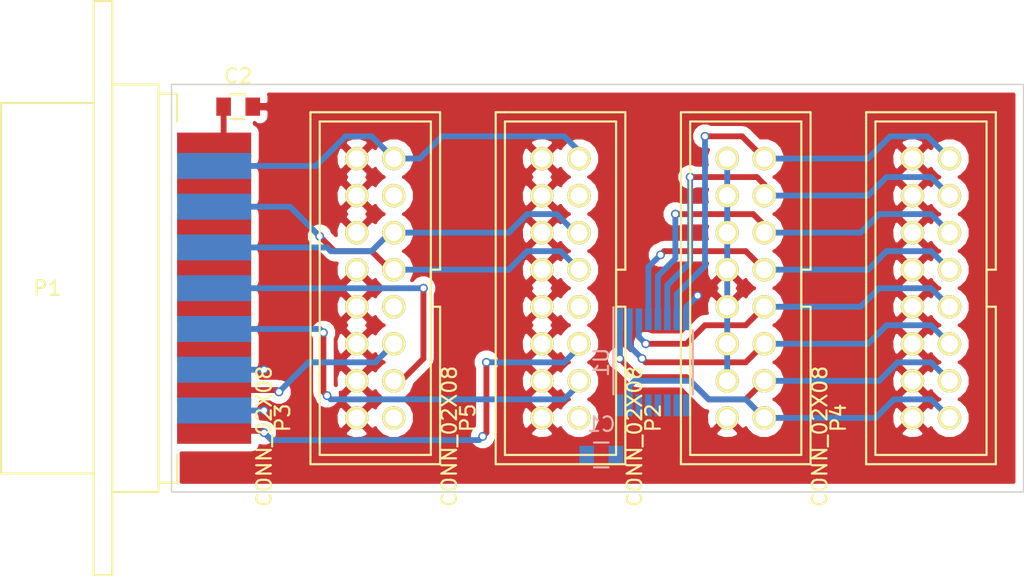
<source format=kicad_pcb>
(kicad_pcb (version 4) (host pcbnew "(2015-03-18 BZR 5525)-product")

  (general
    (links 70)
    (no_connects 8)
    (area 123.139999 74.879999 181.660001 102.920001)
    (thickness 1.6)
    (drawings 4)
    (tracks 167)
    (zones 0)
    (modules 8)
    (nets 30)
  )

  (page A4)
  (layers
    (0 F.Cu signal)
    (31 B.Cu signal)
    (32 B.Adhes user)
    (33 F.Adhes user)
    (34 B.Paste user)
    (35 F.Paste user)
    (36 B.SilkS user)
    (37 F.SilkS user)
    (38 B.Mask user)
    (39 F.Mask user)
    (40 Dwgs.User user)
    (41 Cmts.User user)
    (42 Eco1.User user)
    (43 Eco2.User user)
    (44 Edge.Cuts user)
    (45 Margin user)
    (46 B.CrtYd user)
    (47 F.CrtYd user)
    (48 B.Fab user)
    (49 F.Fab user)
  )

  (setup
    (last_trace_width 0.4)
    (user_trace_width 0.4)
    (trace_clearance 0.2)
    (zone_clearance 0.508)
    (zone_45_only no)
    (trace_min 0.2)
    (segment_width 0.2)
    (edge_width 0.1)
    (via_size 0.6)
    (via_drill 0.4)
    (via_min_size 0.4)
    (via_min_drill 0.3)
    (uvia_size 0.3)
    (uvia_drill 0.1)
    (uvias_allowed no)
    (uvia_min_size 0.2)
    (uvia_min_drill 0.1)
    (pcb_text_width 0.3)
    (pcb_text_size 1.5 1.5)
    (mod_edge_width 0.15)
    (mod_text_size 1 1)
    (mod_text_width 0.15)
    (pad_size 1.5 1.5)
    (pad_drill 0.6)
    (pad_to_mask_clearance 0)
    (aux_axis_origin 0 0)
    (visible_elements FFFEFF7F)
    (pcbplotparams
      (layerselection 0x00030_80000001)
      (usegerberextensions false)
      (excludeedgelayer true)
      (linewidth 0.100000)
      (plotframeref false)
      (viasonmask false)
      (mode 1)
      (useauxorigin false)
      (hpglpennumber 1)
      (hpglpenspeed 20)
      (hpglpendiameter 15)
      (hpglpenoverlay 2)
      (psnegative false)
      (psa4output false)
      (plotreference true)
      (plotvalue true)
      (plotinvisibletext false)
      (padsonsilk false)
      (subtractmaskfromsilk false)
      (outputformat 1)
      (mirror false)
      (drillshape 1)
      (scaleselection 1)
      (outputdirectory ""))
  )

  (net 0 "")
  (net 1 VCC)
  (net 2 GND)
  (net 3 /D2)
  (net 4 /D1)
  (net 5 /D0)
  (net 6 /D3)
  (net 7 /D4)
  (net 8 /D5)
  (net 9 /D6)
  (net 10 /D7)
  (net 11 /D8)
  (net 12 /D9)
  (net 13 /D10)
  (net 14 /D11)
  (net 15 /QA)
  (net 16 /QB)
  (net 17 /QC)
  (net 18 /QD)
  (net 19 /QE)
  (net 20 /QF)
  (net 21 /QG)
  (net 22 /QH)
  (net 23 "Net-(P3-Pad1)")
  (net 24 "Net-(P3-Pad7)")
  (net 25 "Net-(P3-Pad13)")
  (net 26 "Net-(P5-Pad1)")
  (net 27 "Net-(P5-Pad7)")
  (net 28 "Net-(P5-Pad13)")
  (net 29 "Net-(U1-Pad9)")

  (net_class Default "This is the default net class."
    (clearance 0.2)
    (trace_width 0.25)
    (via_dia 0.6)
    (via_drill 0.4)
    (uvia_dia 0.3)
    (uvia_drill 0.1)
    (add_net /D0)
    (add_net /D1)
    (add_net /D10)
    (add_net /D11)
    (add_net /D2)
    (add_net /D3)
    (add_net /D4)
    (add_net /D5)
    (add_net /D6)
    (add_net /D7)
    (add_net /D8)
    (add_net /D9)
    (add_net /QA)
    (add_net /QB)
    (add_net /QC)
    (add_net /QD)
    (add_net /QE)
    (add_net /QF)
    (add_net /QG)
    (add_net /QH)
    (add_net GND)
    (add_net "Net-(P3-Pad1)")
    (add_net "Net-(P3-Pad13)")
    (add_net "Net-(P3-Pad7)")
    (add_net "Net-(P5-Pad1)")
    (add_net "Net-(P5-Pad13)")
    (add_net "Net-(P5-Pad7)")
    (add_net "Net-(U1-Pad9)")
    (add_net VCC)
  )

  (module Capacitors_SMD:C_0805 (layer B.Cu) (tedit 5415D6EA) (tstamp 5513532E)
    (at 152.654 100.33 180)
    (descr "Capacitor SMD 0805, reflow soldering, AVX (see smccp.pdf)")
    (tags "capacitor 0805")
    (path /55135E26)
    (attr smd)
    (fp_text reference C1 (at 0 2.1 180) (layer B.SilkS)
      (effects (font (size 1 1) (thickness 0.15)) (justify mirror))
    )
    (fp_text value 22nF (at 0 -2.1 180) (layer B.Fab)
      (effects (font (size 1 1) (thickness 0.15)) (justify mirror))
    )
    (fp_line (start -1.8 1) (end 1.8 1) (layer B.CrtYd) (width 0.05))
    (fp_line (start -1.8 -1) (end 1.8 -1) (layer B.CrtYd) (width 0.05))
    (fp_line (start -1.8 1) (end -1.8 -1) (layer B.CrtYd) (width 0.05))
    (fp_line (start 1.8 1) (end 1.8 -1) (layer B.CrtYd) (width 0.05))
    (fp_line (start 0.5 0.85) (end -0.5 0.85) (layer B.SilkS) (width 0.15))
    (fp_line (start -0.5 -0.85) (end 0.5 -0.85) (layer B.SilkS) (width 0.15))
    (pad 1 smd rect (at -1 0 180) (size 1 1.25) (layers B.Cu B.Paste B.Mask)
      (net 1 VCC))
    (pad 2 smd rect (at 1 0 180) (size 1 1.25) (layers B.Cu B.Paste B.Mask)
      (net 2 GND))
    (model Capacitors_SMD.3dshapes/C_0805.wrl
      (at (xyz 0 0 0))
      (scale (xyz 1 1 1))
      (rotate (xyz 0 0 0))
    )
  )

  (module Connect:DB15M_CI (layer F.Cu) (tedit 551352FB) (tstamp 55135341)
    (at 123.444 88.9 90)
    (descr "Connecteur DB15 femelle encarte")
    (tags "CONN DB15")
    (path /5511FDEC)
    (fp_text reference P1 (at 0 -8.763 180) (layer F.SilkS)
      (effects (font (size 1 1) (thickness 0.15)))
    )
    (fp_text value CONN_01X15 (at 0 -2.667 90) (layer F.Fab)
      (effects (font (size 1 1) (thickness 0.15)))
    )
    (fp_line (start 12.7 -5.588) (end 12.7 -11.938) (layer F.SilkS) (width 0.15))
    (fp_line (start 12.7 -11.938) (end -12.7 -11.938) (layer F.SilkS) (width 0.15))
    (fp_line (start -12.7 -11.938) (end -12.7 -5.588) (layer F.SilkS) (width 0.15))
    (fp_line (start 13.97 -4.318) (end 19.685 -4.318) (layer F.SilkS) (width 0.15))
    (fp_line (start 19.685 -4.318) (end 19.685 -5.588) (layer F.SilkS) (width 0.15))
    (fp_line (start 19.685 -5.588) (end -19.685 -5.588) (layer F.SilkS) (width 0.15))
    (fp_line (start -19.685 -5.588) (end -19.685 -4.318) (layer F.SilkS) (width 0.15))
    (fp_line (start -19.685 -4.318) (end -13.97 -4.318) (layer F.SilkS) (width 0.15))
    (fp_line (start 13.335 -1.143) (end 13.97 -1.143) (layer F.SilkS) (width 0.15))
    (fp_line (start 13.97 -1.143) (end 13.97 -4.318) (layer F.SilkS) (width 0.15))
    (fp_line (start 13.97 -4.318) (end -13.97 -4.318) (layer F.SilkS) (width 0.15))
    (fp_line (start -13.97 -4.318) (end -13.97 -1.143) (layer F.SilkS) (width 0.15))
    (fp_line (start -13.97 -1.143) (end -13.335 -1.143) (layer F.SilkS) (width 0.15))
    (fp_line (start 11.43 0.127) (end 13.335 0.127) (layer F.SilkS) (width 0.15))
    (fp_line (start 13.335 0.127) (end 13.335 -1.143) (layer F.SilkS) (width 0.15))
    (fp_line (start 13.335 -1.143) (end -13.335 -1.143) (layer F.SilkS) (width 0.15))
    (fp_line (start -13.335 -1.143) (end -13.335 0.127) (layer F.SilkS) (width 0.15))
    (fp_line (start -13.335 0.127) (end -11.43 0.127) (layer F.SilkS) (width 0.15))
    (pad 4 connect rect (at 1.397 2.667 270) (size 1.778 5.08) (layers F.Cu F.Mask)
      (net 3 /D2))
    (pad 3 connect rect (at 4.191 2.667 270) (size 1.778 5.08) (layers F.Cu F.Mask)
      (net 4 /D1))
    (pad 2 connect rect (at 6.985 2.667 270) (size 1.778 5.08) (layers F.Cu F.Mask)
      (net 5 /D0))
    (pad 1 connect rect (at 9.779 2.667 270) (size 1.778 5.08) (layers F.Cu F.Mask)
      (net 1 VCC))
    (pad 5 connect rect (at -1.397 2.667 270) (size 1.778 5.08) (layers F.Cu F.Mask)
      (net 6 /D3))
    (pad 6 connect rect (at -4.191 2.667 270) (size 1.778 5.08) (layers F.Cu F.Mask)
      (net 7 /D4))
    (pad 7 connect rect (at -6.985 2.667 270) (size 1.778 5.08) (layers F.Cu F.Mask)
      (net 8 /D5))
    (pad 8 connect rect (at -9.779 2.667 270) (size 1.778 5.08) (layers F.Cu F.Mask)
      (net 9 /D6))
    (pad 9 connect rect (at 8.382 2.667 270) (size 1.778 5.08) (layers B.Cu B.Mask)
      (net 10 /D7))
    (pad 10 connect rect (at 5.588 2.667 270) (size 1.778 5.08) (layers B.Cu B.Mask)
      (net 11 /D8))
    (pad 11 connect rect (at 2.794 2.667 270) (size 1.778 5.08) (layers B.Cu B.Mask)
      (net 12 /D9))
    (pad 12 connect rect (at 0 2.667 270) (size 1.778 5.08) (layers B.Cu B.Mask)
      (net 13 /D10))
    (pad 13 connect rect (at -2.794 2.667 270) (size 1.778 5.08) (layers B.Cu B.Mask)
      (net 14 /D11))
    (pad 14 connect rect (at -5.588 2.667 270) (size 1.778 5.08) (layers B.Cu B.Mask)
      (net 2 GND))
    (pad 15 connect rect (at -8.382 2.667 270) (size 1.778 5.08) (layers B.Cu B.Mask)
      (net 2 GND))
    (model Connect.3dshapes/DB15M_CI.wrl
      (at (xyz 0 0 -0.033))
      (scale (xyz 1 1 1))
      (rotate (xyz 90 180 0))
    )
  )

  (module lib:conn_8x2 (layer F.Cu) (tedit 0) (tstamp 55135355)
    (at 162.56 88.9 90)
    (path /55120078)
    (fp_text reference P2 (at -8.89 -6.35 90) (layer F.SilkS)
      (effects (font (size 1 1) (thickness 0.15)))
    )
    (fp_text value CONN_02X08 (at -10.16 -7.62 90) (layer F.SilkS)
      (effects (font (size 1 1) (thickness 0.15)))
    )
    (fp_line (start -12.065 -4.445) (end -12.065 4.445) (layer F.SilkS) (width 0.15))
    (fp_line (start -12.065 4.445) (end -1.27 4.445) (layer F.SilkS) (width 0.15))
    (fp_line (start -1.27 4.445) (end -1.27 3.81) (layer F.SilkS) (width 0.15))
    (fp_line (start 1.27 3.81) (end 1.27 4.445) (layer F.SilkS) (width 0.15))
    (fp_line (start 1.27 4.445) (end 12.065 4.445) (layer F.SilkS) (width 0.15))
    (fp_line (start 12.065 4.445) (end 12.065 -3.81) (layer F.SilkS) (width 0.15))
    (fp_line (start 12.065 -3.81) (end 12.065 -4.445) (layer F.SilkS) (width 0.15))
    (fp_line (start 12.065 -4.445) (end -10.16 -4.445) (layer F.SilkS) (width 0.15))
    (fp_line (start -10.16 -4.445) (end -12.065 -4.445) (layer F.SilkS) (width 0.15))
    (fp_line (start 1.27 3.81) (end -1.27 3.81) (layer F.SilkS) (width 0.15))
    (fp_line (start -11.43 -3.81) (end 11.43 -3.81) (layer F.SilkS) (width 0.15))
    (fp_line (start 11.43 -3.81) (end 11.43 3.81) (layer F.SilkS) (width 0.15))
    (fp_line (start 11.43 3.81) (end -11.43 3.81) (layer F.SilkS) (width 0.15))
    (fp_line (start -11.43 -3.81) (end -11.43 3.81) (layer F.SilkS) (width 0.15))
    (pad 1 thru_hole circle (at -8.89 1.27 90) (size 1.6 1.6) (drill 1.15) (layers *.Cu *.Mask F.SilkS)
      (net 15 /QA))
    (pad 2 thru_hole circle (at -8.89 -1.27 90) (size 1.6 1.6) (drill 1.15) (layers *.Cu *.Mask F.SilkS)
      (net 2 GND))
    (pad 3 thru_hole circle (at -6.35 1.27 90) (size 1.6 1.6) (drill 1.15) (layers *.Cu *.Mask F.SilkS)
      (net 16 /QB))
    (pad 4 thru_hole circle (at -6.35 -1.27 90) (size 1.6 1.6) (drill 1.15) (layers *.Cu *.Mask F.SilkS)
      (net 2 GND))
    (pad 5 thru_hole circle (at -3.81 1.27 90) (size 1.6 1.6) (drill 1.15) (layers *.Cu *.Mask F.SilkS)
      (net 17 /QC))
    (pad 6 thru_hole circle (at -3.81 -1.27 90) (size 1.6 1.6) (drill 1.15) (layers *.Cu *.Mask F.SilkS)
      (net 2 GND))
    (pad 7 thru_hole circle (at -1.27 1.27 90) (size 1.6 1.6) (drill 1.15) (layers *.Cu *.Mask F.SilkS)
      (net 18 /QD))
    (pad 8 thru_hole circle (at -1.27 -1.27 90) (size 1.6 1.6) (drill 1.15) (layers *.Cu *.Mask F.SilkS)
      (net 2 GND))
    (pad 9 thru_hole circle (at 1.27 1.27 90) (size 1.6 1.6) (drill 1.15) (layers *.Cu *.Mask F.SilkS)
      (net 19 /QE))
    (pad 10 thru_hole circle (at 1.27 -1.27 90) (size 1.6 1.6) (drill 1.15) (layers *.Cu *.Mask F.SilkS)
      (net 2 GND))
    (pad 11 thru_hole circle (at 3.81 1.27 90) (size 1.6 1.6) (drill 1.15) (layers *.Cu *.Mask F.SilkS)
      (net 20 /QF))
    (pad 12 thru_hole circle (at 3.81 -1.27 90) (size 1.6 1.6) (drill 1.15) (layers *.Cu *.Mask F.SilkS)
      (net 2 GND))
    (pad 13 thru_hole circle (at 6.35 1.27 90) (size 1.6 1.6) (drill 1.15) (layers *.Cu *.Mask F.SilkS)
      (net 21 /QG))
    (pad 14 thru_hole circle (at 6.35 -1.27 90) (size 1.6 1.6) (drill 1.15) (layers *.Cu *.Mask F.SilkS)
      (net 2 GND))
    (pad 15 thru_hole circle (at 8.89 1.27 90) (size 1.6 1.6) (drill 1.15) (layers *.Cu *.Mask F.SilkS)
      (net 22 /QH))
    (pad 16 thru_hole circle (at 8.89 -1.27 90) (size 1.6 1.6) (drill 1.15) (layers *.Cu *.Mask F.SilkS)
      (net 2 GND))
  )

  (module lib:conn_8x2 (layer F.Cu) (tedit 0) (tstamp 55135369)
    (at 137.16 88.9 90)
    (path /5512076D)
    (fp_text reference P3 (at -8.89 -6.35 90) (layer F.SilkS)
      (effects (font (size 1 1) (thickness 0.15)))
    )
    (fp_text value CONN_02X08 (at -10.16 -7.62 90) (layer F.SilkS)
      (effects (font (size 1 1) (thickness 0.15)))
    )
    (fp_line (start -12.065 -4.445) (end -12.065 4.445) (layer F.SilkS) (width 0.15))
    (fp_line (start -12.065 4.445) (end -1.27 4.445) (layer F.SilkS) (width 0.15))
    (fp_line (start -1.27 4.445) (end -1.27 3.81) (layer F.SilkS) (width 0.15))
    (fp_line (start 1.27 3.81) (end 1.27 4.445) (layer F.SilkS) (width 0.15))
    (fp_line (start 1.27 4.445) (end 12.065 4.445) (layer F.SilkS) (width 0.15))
    (fp_line (start 12.065 4.445) (end 12.065 -3.81) (layer F.SilkS) (width 0.15))
    (fp_line (start 12.065 -3.81) (end 12.065 -4.445) (layer F.SilkS) (width 0.15))
    (fp_line (start 12.065 -4.445) (end -10.16 -4.445) (layer F.SilkS) (width 0.15))
    (fp_line (start -10.16 -4.445) (end -12.065 -4.445) (layer F.SilkS) (width 0.15))
    (fp_line (start 1.27 3.81) (end -1.27 3.81) (layer F.SilkS) (width 0.15))
    (fp_line (start -11.43 -3.81) (end 11.43 -3.81) (layer F.SilkS) (width 0.15))
    (fp_line (start 11.43 -3.81) (end 11.43 3.81) (layer F.SilkS) (width 0.15))
    (fp_line (start 11.43 3.81) (end -11.43 3.81) (layer F.SilkS) (width 0.15))
    (fp_line (start -11.43 -3.81) (end -11.43 3.81) (layer F.SilkS) (width 0.15))
    (pad 1 thru_hole circle (at -8.89 1.27 90) (size 1.6 1.6) (drill 1.15) (layers *.Cu *.Mask F.SilkS)
      (net 23 "Net-(P3-Pad1)"))
    (pad 2 thru_hole circle (at -8.89 -1.27 90) (size 1.6 1.6) (drill 1.15) (layers *.Cu *.Mask F.SilkS)
      (net 2 GND))
    (pad 3 thru_hole circle (at -6.35 1.27 90) (size 1.6 1.6) (drill 1.15) (layers *.Cu *.Mask F.SilkS)
      (net 13 /D10))
    (pad 4 thru_hole circle (at -6.35 -1.27 90) (size 1.6 1.6) (drill 1.15) (layers *.Cu *.Mask F.SilkS)
      (net 2 GND))
    (pad 5 thru_hole circle (at -3.81 1.27 90) (size 1.6 1.6) (drill 1.15) (layers *.Cu *.Mask F.SilkS)
      (net 8 /D5))
    (pad 6 thru_hole circle (at -3.81 -1.27 90) (size 1.6 1.6) (drill 1.15) (layers *.Cu *.Mask F.SilkS)
      (net 2 GND))
    (pad 7 thru_hole circle (at -1.27 1.27 90) (size 1.6 1.6) (drill 1.15) (layers *.Cu *.Mask F.SilkS)
      (net 24 "Net-(P3-Pad7)"))
    (pad 8 thru_hole circle (at -1.27 -1.27 90) (size 1.6 1.6) (drill 1.15) (layers *.Cu *.Mask F.SilkS)
      (net 2 GND))
    (pad 9 thru_hole circle (at 1.27 1.27 90) (size 1.6 1.6) (drill 1.15) (layers *.Cu *.Mask F.SilkS)
      (net 11 /D8))
    (pad 10 thru_hole circle (at 1.27 -1.27 90) (size 1.6 1.6) (drill 1.15) (layers *.Cu *.Mask F.SilkS)
      (net 2 GND))
    (pad 11 thru_hole circle (at 3.81 1.27 90) (size 1.6 1.6) (drill 1.15) (layers *.Cu *.Mask F.SilkS)
      (net 12 /D9))
    (pad 12 thru_hole circle (at 3.81 -1.27 90) (size 1.6 1.6) (drill 1.15) (layers *.Cu *.Mask F.SilkS)
      (net 2 GND))
    (pad 13 thru_hole circle (at 6.35 1.27 90) (size 1.6 1.6) (drill 1.15) (layers *.Cu *.Mask F.SilkS)
      (net 25 "Net-(P3-Pad13)"))
    (pad 14 thru_hole circle (at 6.35 -1.27 90) (size 1.6 1.6) (drill 1.15) (layers *.Cu *.Mask F.SilkS)
      (net 2 GND))
    (pad 15 thru_hole circle (at 8.89 1.27 90) (size 1.6 1.6) (drill 1.15) (layers *.Cu *.Mask F.SilkS)
      (net 10 /D7))
    (pad 16 thru_hole circle (at 8.89 -1.27 90) (size 1.6 1.6) (drill 1.15) (layers *.Cu *.Mask F.SilkS)
      (net 2 GND))
  )

  (module lib:conn_8x2 (layer F.Cu) (tedit 0) (tstamp 5513537D)
    (at 175.26 88.9 90)
    (path /5512093B)
    (fp_text reference P4 (at -8.89 -6.35 90) (layer F.SilkS)
      (effects (font (size 1 1) (thickness 0.15)))
    )
    (fp_text value CONN_02X08 (at -10.16 -7.62 90) (layer F.SilkS)
      (effects (font (size 1 1) (thickness 0.15)))
    )
    (fp_line (start -12.065 -4.445) (end -12.065 4.445) (layer F.SilkS) (width 0.15))
    (fp_line (start -12.065 4.445) (end -1.27 4.445) (layer F.SilkS) (width 0.15))
    (fp_line (start -1.27 4.445) (end -1.27 3.81) (layer F.SilkS) (width 0.15))
    (fp_line (start 1.27 3.81) (end 1.27 4.445) (layer F.SilkS) (width 0.15))
    (fp_line (start 1.27 4.445) (end 12.065 4.445) (layer F.SilkS) (width 0.15))
    (fp_line (start 12.065 4.445) (end 12.065 -3.81) (layer F.SilkS) (width 0.15))
    (fp_line (start 12.065 -3.81) (end 12.065 -4.445) (layer F.SilkS) (width 0.15))
    (fp_line (start 12.065 -4.445) (end -10.16 -4.445) (layer F.SilkS) (width 0.15))
    (fp_line (start -10.16 -4.445) (end -12.065 -4.445) (layer F.SilkS) (width 0.15))
    (fp_line (start 1.27 3.81) (end -1.27 3.81) (layer F.SilkS) (width 0.15))
    (fp_line (start -11.43 -3.81) (end 11.43 -3.81) (layer F.SilkS) (width 0.15))
    (fp_line (start 11.43 -3.81) (end 11.43 3.81) (layer F.SilkS) (width 0.15))
    (fp_line (start 11.43 3.81) (end -11.43 3.81) (layer F.SilkS) (width 0.15))
    (fp_line (start -11.43 -3.81) (end -11.43 3.81) (layer F.SilkS) (width 0.15))
    (pad 1 thru_hole circle (at -8.89 1.27 90) (size 1.6 1.6) (drill 1.15) (layers *.Cu *.Mask F.SilkS)
      (net 15 /QA))
    (pad 2 thru_hole circle (at -8.89 -1.27 90) (size 1.6 1.6) (drill 1.15) (layers *.Cu *.Mask F.SilkS)
      (net 2 GND))
    (pad 3 thru_hole circle (at -6.35 1.27 90) (size 1.6 1.6) (drill 1.15) (layers *.Cu *.Mask F.SilkS)
      (net 16 /QB))
    (pad 4 thru_hole circle (at -6.35 -1.27 90) (size 1.6 1.6) (drill 1.15) (layers *.Cu *.Mask F.SilkS)
      (net 2 GND))
    (pad 5 thru_hole circle (at -3.81 1.27 90) (size 1.6 1.6) (drill 1.15) (layers *.Cu *.Mask F.SilkS)
      (net 17 /QC))
    (pad 6 thru_hole circle (at -3.81 -1.27 90) (size 1.6 1.6) (drill 1.15) (layers *.Cu *.Mask F.SilkS)
      (net 2 GND))
    (pad 7 thru_hole circle (at -1.27 1.27 90) (size 1.6 1.6) (drill 1.15) (layers *.Cu *.Mask F.SilkS)
      (net 18 /QD))
    (pad 8 thru_hole circle (at -1.27 -1.27 90) (size 1.6 1.6) (drill 1.15) (layers *.Cu *.Mask F.SilkS)
      (net 2 GND))
    (pad 9 thru_hole circle (at 1.27 1.27 90) (size 1.6 1.6) (drill 1.15) (layers *.Cu *.Mask F.SilkS)
      (net 19 /QE))
    (pad 10 thru_hole circle (at 1.27 -1.27 90) (size 1.6 1.6) (drill 1.15) (layers *.Cu *.Mask F.SilkS)
      (net 2 GND))
    (pad 11 thru_hole circle (at 3.81 1.27 90) (size 1.6 1.6) (drill 1.15) (layers *.Cu *.Mask F.SilkS)
      (net 20 /QF))
    (pad 12 thru_hole circle (at 3.81 -1.27 90) (size 1.6 1.6) (drill 1.15) (layers *.Cu *.Mask F.SilkS)
      (net 2 GND))
    (pad 13 thru_hole circle (at 6.35 1.27 90) (size 1.6 1.6) (drill 1.15) (layers *.Cu *.Mask F.SilkS)
      (net 21 /QG))
    (pad 14 thru_hole circle (at 6.35 -1.27 90) (size 1.6 1.6) (drill 1.15) (layers *.Cu *.Mask F.SilkS)
      (net 2 GND))
    (pad 15 thru_hole circle (at 8.89 1.27 90) (size 1.6 1.6) (drill 1.15) (layers *.Cu *.Mask F.SilkS)
      (net 22 /QH))
    (pad 16 thru_hole circle (at 8.89 -1.27 90) (size 1.6 1.6) (drill 1.15) (layers *.Cu *.Mask F.SilkS)
      (net 2 GND))
  )

  (module lib:conn_8x2 (layer F.Cu) (tedit 0) (tstamp 55135391)
    (at 149.86 88.9 90)
    (path /55120565)
    (fp_text reference P5 (at -8.89 -6.35 90) (layer F.SilkS)
      (effects (font (size 1 1) (thickness 0.15)))
    )
    (fp_text value CONN_02X08 (at -10.16 -7.62 90) (layer F.SilkS)
      (effects (font (size 1 1) (thickness 0.15)))
    )
    (fp_line (start -12.065 -4.445) (end -12.065 4.445) (layer F.SilkS) (width 0.15))
    (fp_line (start -12.065 4.445) (end -1.27 4.445) (layer F.SilkS) (width 0.15))
    (fp_line (start -1.27 4.445) (end -1.27 3.81) (layer F.SilkS) (width 0.15))
    (fp_line (start 1.27 3.81) (end 1.27 4.445) (layer F.SilkS) (width 0.15))
    (fp_line (start 1.27 4.445) (end 12.065 4.445) (layer F.SilkS) (width 0.15))
    (fp_line (start 12.065 4.445) (end 12.065 -3.81) (layer F.SilkS) (width 0.15))
    (fp_line (start 12.065 -3.81) (end 12.065 -4.445) (layer F.SilkS) (width 0.15))
    (fp_line (start 12.065 -4.445) (end -10.16 -4.445) (layer F.SilkS) (width 0.15))
    (fp_line (start -10.16 -4.445) (end -12.065 -4.445) (layer F.SilkS) (width 0.15))
    (fp_line (start 1.27 3.81) (end -1.27 3.81) (layer F.SilkS) (width 0.15))
    (fp_line (start -11.43 -3.81) (end 11.43 -3.81) (layer F.SilkS) (width 0.15))
    (fp_line (start 11.43 -3.81) (end 11.43 3.81) (layer F.SilkS) (width 0.15))
    (fp_line (start 11.43 3.81) (end -11.43 3.81) (layer F.SilkS) (width 0.15))
    (fp_line (start -11.43 -3.81) (end -11.43 3.81) (layer F.SilkS) (width 0.15))
    (pad 1 thru_hole circle (at -8.89 1.27 90) (size 1.6 1.6) (drill 1.15) (layers *.Cu *.Mask F.SilkS)
      (net 26 "Net-(P5-Pad1)"))
    (pad 2 thru_hole circle (at -8.89 -1.27 90) (size 1.6 1.6) (drill 1.15) (layers *.Cu *.Mask F.SilkS)
      (net 2 GND))
    (pad 3 thru_hole circle (at -6.35 1.27 90) (size 1.6 1.6) (drill 1.15) (layers *.Cu *.Mask F.SilkS)
      (net 14 /D11))
    (pad 4 thru_hole circle (at -6.35 -1.27 90) (size 1.6 1.6) (drill 1.15) (layers *.Cu *.Mask F.SilkS)
      (net 2 GND))
    (pad 5 thru_hole circle (at -3.81 1.27 90) (size 1.6 1.6) (drill 1.15) (layers *.Cu *.Mask F.SilkS)
      (net 9 /D6))
    (pad 6 thru_hole circle (at -3.81 -1.27 90) (size 1.6 1.6) (drill 1.15) (layers *.Cu *.Mask F.SilkS)
      (net 2 GND))
    (pad 7 thru_hole circle (at -1.27 1.27 90) (size 1.6 1.6) (drill 1.15) (layers *.Cu *.Mask F.SilkS)
      (net 27 "Net-(P5-Pad7)"))
    (pad 8 thru_hole circle (at -1.27 -1.27 90) (size 1.6 1.6) (drill 1.15) (layers *.Cu *.Mask F.SilkS)
      (net 2 GND))
    (pad 9 thru_hole circle (at 1.27 1.27 90) (size 1.6 1.6) (drill 1.15) (layers *.Cu *.Mask F.SilkS)
      (net 11 /D8))
    (pad 10 thru_hole circle (at 1.27 -1.27 90) (size 1.6 1.6) (drill 1.15) (layers *.Cu *.Mask F.SilkS)
      (net 2 GND))
    (pad 11 thru_hole circle (at 3.81 1.27 90) (size 1.6 1.6) (drill 1.15) (layers *.Cu *.Mask F.SilkS)
      (net 12 /D9))
    (pad 12 thru_hole circle (at 3.81 -1.27 90) (size 1.6 1.6) (drill 1.15) (layers *.Cu *.Mask F.SilkS)
      (net 2 GND))
    (pad 13 thru_hole circle (at 6.35 1.27 90) (size 1.6 1.6) (drill 1.15) (layers *.Cu *.Mask F.SilkS)
      (net 28 "Net-(P5-Pad13)"))
    (pad 14 thru_hole circle (at 6.35 -1.27 90) (size 1.6 1.6) (drill 1.15) (layers *.Cu *.Mask F.SilkS)
      (net 2 GND))
    (pad 15 thru_hole circle (at 8.89 1.27 90) (size 1.6 1.6) (drill 1.15) (layers *.Cu *.Mask F.SilkS)
      (net 10 /D7))
    (pad 16 thru_hole circle (at 8.89 -1.27 90) (size 1.6 1.6) (drill 1.15) (layers *.Cu *.Mask F.SilkS)
      (net 2 GND))
  )

  (module Housings_SSOP:TSSOP-16_4.4x5mm_Pitch0.65mm (layer B.Cu) (tedit 54130A77) (tstamp 551353A5)
    (at 156.21 93.98 270)
    (descr "16-Lead Plastic Thin Shrink Small Outline (ST)-4.4 mm Body [TSSOP] (see Microchip Packaging Specification 00000049BS.pdf)")
    (tags "SSOP 0.65")
    (path /5513508C)
    (attr smd)
    (fp_text reference U1 (at 0 3.55 270) (layer B.SilkS)
      (effects (font (size 1 1) (thickness 0.15)) (justify mirror))
    )
    (fp_text value 74HC595 (at 0 -3.55 270) (layer B.Fab)
      (effects (font (size 1 1) (thickness 0.15)) (justify mirror))
    )
    (fp_line (start -3.95 2.8) (end -3.95 -2.8) (layer B.CrtYd) (width 0.05))
    (fp_line (start 3.95 2.8) (end 3.95 -2.8) (layer B.CrtYd) (width 0.05))
    (fp_line (start -3.95 2.8) (end 3.95 2.8) (layer B.CrtYd) (width 0.05))
    (fp_line (start -3.95 -2.8) (end 3.95 -2.8) (layer B.CrtYd) (width 0.05))
    (fp_line (start -2.2 -2.725) (end 2.2 -2.725) (layer B.SilkS) (width 0.15))
    (fp_line (start -3.775 2.725) (end 2.2 2.725) (layer B.SilkS) (width 0.15))
    (pad 1 smd rect (at -2.95 2.275 270) (size 1.5 0.45) (layers B.Cu B.Paste B.Mask)
      (net 16 /QB))
    (pad 2 smd rect (at -2.95 1.625 270) (size 1.5 0.45) (layers B.Cu B.Paste B.Mask)
      (net 17 /QC))
    (pad 3 smd rect (at -2.95 0.975 270) (size 1.5 0.45) (layers B.Cu B.Paste B.Mask)
      (net 18 /QD))
    (pad 4 smd rect (at -2.95 0.325 270) (size 1.5 0.45) (layers B.Cu B.Paste B.Mask)
      (net 19 /QE))
    (pad 5 smd rect (at -2.95 -0.325 270) (size 1.5 0.45) (layers B.Cu B.Paste B.Mask)
      (net 20 /QF))
    (pad 6 smd rect (at -2.95 -0.975 270) (size 1.5 0.45) (layers B.Cu B.Paste B.Mask)
      (net 21 /QG))
    (pad 7 smd rect (at -2.95 -1.625 270) (size 1.5 0.45) (layers B.Cu B.Paste B.Mask)
      (net 22 /QH))
    (pad 8 smd rect (at -2.95 -2.275 270) (size 1.5 0.45) (layers B.Cu B.Paste B.Mask)
      (net 2 GND))
    (pad 9 smd rect (at 2.95 -2.275 270) (size 1.5 0.45) (layers B.Cu B.Paste B.Mask)
      (net 29 "Net-(U1-Pad9)"))
    (pad 10 smd rect (at 2.95 -1.625 270) (size 1.5 0.45) (layers B.Cu B.Paste B.Mask)
      (net 3 /D2))
    (pad 11 smd rect (at 2.95 -0.975 270) (size 1.5 0.45) (layers B.Cu B.Paste B.Mask)
      (net 6 /D3))
    (pad 12 smd rect (at 2.95 -0.325 270) (size 1.5 0.45) (layers B.Cu B.Paste B.Mask)
      (net 4 /D1))
    (pad 13 smd rect (at 2.95 0.325 270) (size 1.5 0.45) (layers B.Cu B.Paste B.Mask)
      (net 5 /D0))
    (pad 14 smd rect (at 2.95 0.975 270) (size 1.5 0.45) (layers B.Cu B.Paste B.Mask)
      (net 7 /D4))
    (pad 15 smd rect (at 2.95 1.625 270) (size 1.5 0.45) (layers B.Cu B.Paste B.Mask)
      (net 15 /QA))
    (pad 16 smd rect (at 2.95 2.275 270) (size 1.5 0.45) (layers B.Cu B.Paste B.Mask)
      (net 1 VCC))
    (model Housings_SSOP.3dshapes/TSSOP-16_4.4x5mm_Pitch0.65mm.wrl
      (at (xyz 0 0 0))
      (scale (xyz 1 1 1))
      (rotate (xyz 0 0 0))
    )
  )

  (module Capacitors_SMD:C_0805 (layer F.Cu) (tedit 5415D6EA) (tstamp 55135975)
    (at 127.762 76.454)
    (descr "Capacitor SMD 0805, reflow soldering, AVX (see smccp.pdf)")
    (tags "capacitor 0805")
    (path /55139316)
    (attr smd)
    (fp_text reference C2 (at 0 -2.1) (layer F.SilkS)
      (effects (font (size 1 1) (thickness 0.15)))
    )
    (fp_text value 22nF (at 0 2.1) (layer F.Fab)
      (effects (font (size 1 1) (thickness 0.15)))
    )
    (fp_line (start -1.8 -1) (end 1.8 -1) (layer F.CrtYd) (width 0.05))
    (fp_line (start -1.8 1) (end 1.8 1) (layer F.CrtYd) (width 0.05))
    (fp_line (start -1.8 -1) (end -1.8 1) (layer F.CrtYd) (width 0.05))
    (fp_line (start 1.8 -1) (end 1.8 1) (layer F.CrtYd) (width 0.05))
    (fp_line (start 0.5 -0.85) (end -0.5 -0.85) (layer F.SilkS) (width 0.15))
    (fp_line (start -0.5 0.85) (end 0.5 0.85) (layer F.SilkS) (width 0.15))
    (pad 1 smd rect (at -1 0) (size 1 1.25) (layers F.Cu F.Paste F.Mask)
      (net 1 VCC))
    (pad 2 smd rect (at 1 0) (size 1 1.25) (layers F.Cu F.Paste F.Mask)
      (net 2 GND))
    (model Capacitors_SMD.3dshapes/C_0805.wrl
      (at (xyz 0 0 0))
      (scale (xyz 1 1 1))
      (rotate (xyz 0 0 0))
    )
  )

  (gr_line (start 181.61 102.87) (end 123.19 102.87) (angle 90) (layer Edge.Cuts) (width 0.1))
  (gr_line (start 181.61 74.93) (end 181.61 102.87) (angle 90) (layer Edge.Cuts) (width 0.1))
  (gr_line (start 123.19 74.93) (end 181.61 74.93) (angle 90) (layer Edge.Cuts) (width 0.1))
  (gr_line (start 123.19 74.93) (end 123.19 102.87) (angle 90) (layer Edge.Cuts) (width 0.1))

  (segment (start 126.762 76.454) (end 126.762 78.47) (width 0.4) (layer F.Cu) (net 1))
  (segment (start 126.762 78.47) (end 126.111 79.121) (width 0.4) (layer F.Cu) (net 1) (tstamp 5513597D))
  (segment (start 161.29 80.01) (end 161.29 82.55) (width 0.4) (layer B.Cu) (net 2) (status C00000))
  (segment (start 161.29 85.09) (end 161.29 82.55) (width 0.4) (layer B.Cu) (net 2) (status C00000))
  (segment (start 161.29 87.63) (end 161.29 84.074) (width 0.4) (layer B.Cu) (net 2) (status 400000))
  (segment (start 161.29 84.074) (end 161.29 85.09) (width 0.4) (layer B.Cu) (net 2) (tstamp 551359CF) (status 800000))
  (segment (start 161.29 87.63) (end 161.29 90.17) (width 0.4) (layer B.Cu) (net 2) (status C00000))
  (segment (start 161.29 92.71) (end 161.29 90.17) (width 0.4) (layer B.Cu) (net 2))
  (segment (start 161.29 92.71) (end 161.29 95.25) (width 0.4) (layer B.Cu) (net 2))
  (segment (start 158.485 91.03) (end 158.485 90.181) (width 0.4) (layer B.Cu) (net 2))
  (via (at 159.258 89.408) (size 0.6) (layers F.Cu B.Cu) (net 2))
  (segment (start 158.485 90.181) (end 159.258 89.408) (width 0.4) (layer B.Cu) (net 2) (tstamp 551359BF))
  (segment (start 126.111 97.282) (end 129.54 97.282) (width 0.4) (layer B.Cu) (net 2))
  (via (at 129.54 97.282) (size 0.6) (layers F.Cu B.Cu) (net 2))
  (segment (start 126.111 94.488) (end 129.54 94.488) (width 0.4) (layer B.Cu) (net 2))
  (via (at 129.54 94.488) (size 0.6) (layers F.Cu B.Cu) (net 2))
  (segment (start 138.43 92.71) (end 137.16 93.98) (width 0.4) (layer B.Cu) (net 8))
  (segment (start 130.429 95.885) (end 126.111 95.885) (width 0.4) (layer F.Cu) (net 8) (tstamp 55135992))
  (segment (start 130.556 96.012) (end 130.429 95.885) (width 0.4) (layer F.Cu) (net 8) (tstamp 55135991))
  (via (at 130.556 96.012) (size 0.6) (layers F.Cu B.Cu) (net 8))
  (segment (start 132.588 93.98) (end 130.556 96.012) (width 0.4) (layer B.Cu) (net 8) (tstamp 5513598D))
  (segment (start 137.16 93.98) (end 132.588 93.98) (width 0.4) (layer B.Cu) (net 8) (tstamp 5513598C))
  (segment (start 126.111 98.679) (end 129.413 98.679) (width 0.4) (layer F.Cu) (net 9))
  (segment (start 150.114 93.98) (end 151.13 92.964) (width 0.4) (layer B.Cu) (net 9) (tstamp 551359AC))
  (segment (start 144.78 93.98) (end 150.114 93.98) (width 0.4) (layer B.Cu) (net 9) (tstamp 551359AB))
  (via (at 144.78 93.98) (size 0.6) (layers F.Cu B.Cu) (net 9))
  (segment (start 144.78 98.806) (end 144.78 93.98) (width 0.4) (layer F.Cu) (net 9) (tstamp 551359A8))
  (segment (start 144.526 99.06) (end 144.78 98.806) (width 0.4) (layer F.Cu) (net 9) (tstamp 551359A7))
  (via (at 144.526 99.06) (size 0.6) (layers F.Cu B.Cu) (net 9))
  (segment (start 144.272 99.314) (end 144.526 99.06) (width 0.4) (layer B.Cu) (net 9) (tstamp 551359A4))
  (segment (start 130.048 99.314) (end 144.272 99.314) (width 0.4) (layer B.Cu) (net 9) (tstamp 551359A3))
  (segment (start 129.54 98.806) (end 130.048 99.314) (width 0.4) (layer B.Cu) (net 9) (tstamp 551359A2))
  (via (at 129.54 98.806) (size 0.6) (layers F.Cu B.Cu) (net 9))
  (segment (start 129.413 98.679) (end 129.54 98.806) (width 0.4) (layer F.Cu) (net 9) (tstamp 5513599F))
  (segment (start 151.13 92.964) (end 151.13 92.71) (width 0.4) (layer B.Cu) (net 9) (tstamp 551359AD))
  (segment (start 126.111 80.518) (end 133.096 80.518) (width 0.4) (layer B.Cu) (net 10))
  (segment (start 136.906 78.486) (end 138.43 80.01) (width 0.4) (layer B.Cu) (net 10) (tstamp 55135961))
  (segment (start 135.128 78.486) (end 136.906 78.486) (width 0.4) (layer B.Cu) (net 10) (tstamp 55135960))
  (segment (start 133.096 80.518) (end 135.128 78.486) (width 0.4) (layer B.Cu) (net 10) (tstamp 5513595E))
  (segment (start 151.13 80.01) (end 151.13 79.502) (width 0.4) (layer B.Cu) (net 10))
  (segment (start 151.13 79.502) (end 150.114 78.486) (width 0.4) (layer B.Cu) (net 10) (tstamp 55135935))
  (segment (start 150.114 78.486) (end 141.732 78.486) (width 0.4) (layer B.Cu) (net 10) (tstamp 55135936))
  (segment (start 141.732 78.486) (end 140.208 80.01) (width 0.4) (layer B.Cu) (net 10) (tstamp 55135937))
  (segment (start 140.208 80.01) (end 138.43 80.01) (width 0.4) (layer B.Cu) (net 10) (tstamp 55135938))
  (segment (start 138.43 87.63) (end 138.176 87.63) (width 0.4) (layer F.Cu) (net 11))
  (segment (start 138.176 87.63) (end 136.906 86.36) (width 0.4) (layer F.Cu) (net 11) (tstamp 55135965))
  (segment (start 131.318 83.312) (end 126.111 83.312) (width 0.4) (layer B.Cu) (net 11) (tstamp 5513596B))
  (segment (start 133.35 85.344) (end 131.318 83.312) (width 0.4) (layer B.Cu) (net 11) (tstamp 5513596A))
  (via (at 133.35 85.344) (size 0.6) (layers F.Cu B.Cu) (net 11))
  (segment (start 134.366 86.36) (end 133.35 85.344) (width 0.4) (layer F.Cu) (net 11) (tstamp 55135967))
  (segment (start 136.906 86.36) (end 134.366 86.36) (width 0.4) (layer F.Cu) (net 11) (tstamp 55135966))
  (segment (start 138.43 87.63) (end 146.304 87.63) (width 0.4) (layer B.Cu) (net 11))
  (segment (start 149.86 86.36) (end 151.13 87.63) (width 0.4) (layer B.Cu) (net 11) (tstamp 5513594B))
  (segment (start 147.574 86.36) (end 149.86 86.36) (width 0.4) (layer B.Cu) (net 11) (tstamp 5513594A))
  (segment (start 146.304 87.63) (end 147.574 86.36) (width 0.4) (layer B.Cu) (net 11) (tstamp 55135949))
  (segment (start 138.43 85.09) (end 138.176 85.09) (width 0.4) (layer B.Cu) (net 12))
  (segment (start 138.176 85.09) (end 136.906 86.36) (width 0.4) (layer B.Cu) (net 12) (tstamp 55135958))
  (segment (start 133.858 86.106) (end 126.111 86.106) (width 0.4) (layer B.Cu) (net 12) (tstamp 5513595B))
  (segment (start 134.112 86.36) (end 133.858 86.106) (width 0.4) (layer B.Cu) (net 12) (tstamp 5513595A))
  (segment (start 136.906 86.36) (end 134.112 86.36) (width 0.4) (layer B.Cu) (net 12) (tstamp 55135959))
  (segment (start 151.13 85.09) (end 150.876 85.09) (width 0.4) (layer B.Cu) (net 12))
  (segment (start 150.876 85.09) (end 149.606 83.82) (width 0.4) (layer B.Cu) (net 12) (tstamp 55135952))
  (segment (start 146.304 85.09) (end 138.43 85.09) (width 0.4) (layer B.Cu) (net 12) (tstamp 55135955))
  (segment (start 147.574 83.82) (end 146.304 85.09) (width 0.4) (layer B.Cu) (net 12) (tstamp 55135954))
  (segment (start 149.606 83.82) (end 147.574 83.82) (width 0.4) (layer B.Cu) (net 12) (tstamp 55135953))
  (segment (start 151.13 85.09) (end 150.622 85.09) (width 0.4) (layer B.Cu) (net 12))
  (segment (start 126.111 88.9) (end 139.446 88.9) (width 0.4) (layer B.Cu) (net 13))
  (segment (start 140.462 93.726) (end 138.938 95.25) (width 0.4) (layer F.Cu) (net 13) (tstamp 55135987))
  (segment (start 140.462 88.9) (end 140.462 93.726) (width 0.4) (layer F.Cu) (net 13) (tstamp 55135986))
  (via (at 140.462 88.9) (size 0.6) (layers F.Cu B.Cu) (net 13))
  (segment (start 139.446 88.9) (end 140.462 88.9) (width 0.4) (layer B.Cu) (net 13) (tstamp 55135983))
  (segment (start 138.938 95.25) (end 138.43 95.25) (width 0.4) (layer F.Cu) (net 13) (tstamp 55135988))
  (segment (start 151.13 95.25) (end 151.13 95.504) (width 0.4) (layer B.Cu) (net 14))
  (segment (start 151.13 95.504) (end 150.114 96.52) (width 0.4) (layer B.Cu) (net 14) (tstamp 551359B1))
  (segment (start 150.114 96.52) (end 134.112 96.52) (width 0.4) (layer B.Cu) (net 14) (tstamp 551359B2))
  (segment (start 134.112 96.52) (end 133.858 96.266) (width 0.4) (layer B.Cu) (net 14) (tstamp 551359B3))
  (via (at 133.858 96.266) (size 0.6) (layers F.Cu B.Cu) (net 14))
  (segment (start 133.858 96.266) (end 133.604 96.012) (width 0.4) (layer F.Cu) (net 14) (tstamp 551359B6))
  (segment (start 133.604 96.012) (end 133.604 91.948) (width 0.4) (layer F.Cu) (net 14) (tstamp 551359B7))
  (via (at 133.604 91.948) (size 0.6) (layers F.Cu B.Cu) (net 14))
  (segment (start 133.604 91.948) (end 133.35 91.694) (width 0.4) (layer B.Cu) (net 14) (tstamp 551359BA))
  (segment (start 133.35 91.694) (end 126.111 91.694) (width 0.4) (layer B.Cu) (net 14) (tstamp 551359BB))
  (segment (start 163.83 97.79) (end 171.45 97.79) (width 0.4) (layer B.Cu) (net 15))
  (segment (start 175.26 96.52) (end 176.53 97.79) (width 0.4) (layer B.Cu) (net 15) (tstamp 5513590B))
  (segment (start 172.72 96.52) (end 175.26 96.52) (width 0.4) (layer B.Cu) (net 15) (tstamp 5513590A))
  (segment (start 171.45 97.79) (end 172.72 96.52) (width 0.4) (layer B.Cu) (net 15) (tstamp 55135909))
  (segment (start 163.83 97.79) (end 162.56 96.52) (width 0.4) (layer B.Cu) (net 15))
  (segment (start 154.585 95.605) (end 154.585 96.93) (width 0.4) (layer B.Cu) (net 15) (tstamp 551358FD))
  (segment (start 154.94 95.25) (end 154.585 95.605) (width 0.4) (layer B.Cu) (net 15) (tstamp 551358FC))
  (segment (start 158.75 95.25) (end 154.94 95.25) (width 0.4) (layer B.Cu) (net 15) (tstamp 551358FB))
  (segment (start 160.02 96.52) (end 158.75 95.25) (width 0.4) (layer B.Cu) (net 15) (tstamp 551358FA))
  (segment (start 162.56 96.52) (end 160.02 96.52) (width 0.4) (layer B.Cu) (net 15) (tstamp 551358F9))
  (segment (start 163.83 95.25) (end 171.704 95.25) (width 0.4) (layer B.Cu) (net 16))
  (segment (start 175.26 93.98) (end 176.53 95.25) (width 0.4) (layer B.Cu) (net 16) (tstamp 55135910))
  (segment (start 172.974 93.98) (end 175.26 93.98) (width 0.4) (layer B.Cu) (net 16) (tstamp 5513590F))
  (segment (start 171.704 95.25) (end 172.974 93.98) (width 0.4) (layer B.Cu) (net 16) (tstamp 5513590E))
  (segment (start 153.935 91.03) (end 153.935 93.715) (width 0.4) (layer B.Cu) (net 16))
  (segment (start 162.56 96.52) (end 163.83 95.25) (width 0.4) (layer F.Cu) (net 16) (tstamp 551358F6))
  (segment (start 160.02 96.52) (end 162.56 96.52) (width 0.4) (layer F.Cu) (net 16) (tstamp 551358F5))
  (segment (start 158.496 94.996) (end 160.02 96.52) (width 0.4) (layer F.Cu) (net 16) (tstamp 551358F4))
  (segment (start 155.194 94.996) (end 158.496 94.996) (width 0.4) (layer F.Cu) (net 16) (tstamp 551358F3))
  (segment (start 153.924 93.726) (end 155.194 94.996) (width 0.4) (layer F.Cu) (net 16) (tstamp 551358F2))
  (via (at 153.924 93.726) (size 0.6) (layers F.Cu B.Cu) (net 16))
  (segment (start 153.935 93.715) (end 153.924 93.726) (width 0.4) (layer B.Cu) (net 16) (tstamp 551358EF))
  (segment (start 163.83 92.71) (end 170.942 92.71) (width 0.4) (layer B.Cu) (net 17))
  (segment (start 175.26 91.44) (end 176.53 92.71) (width 0.4) (layer B.Cu) (net 17) (tstamp 55135916))
  (segment (start 172.212 91.44) (end 175.26 91.44) (width 0.4) (layer B.Cu) (net 17) (tstamp 55135915))
  (segment (start 170.942 92.71) (end 172.212 91.44) (width 0.4) (layer B.Cu) (net 17) (tstamp 55135914))
  (segment (start 154.585 91.03) (end 154.585 92.863) (width 0.4) (layer B.Cu) (net 17))
  (segment (start 162.56 93.98) (end 163.83 92.71) (width 0.4) (layer F.Cu) (net 17) (tstamp 551358D9))
  (segment (start 155.702 93.98) (end 162.56 93.98) (width 0.4) (layer F.Cu) (net 17) (tstamp 551358D8))
  (segment (start 155.448 93.726) (end 155.702 93.98) (width 0.4) (layer F.Cu) (net 17) (tstamp 551358D7))
  (via (at 155.448 93.726) (size 0.6) (layers F.Cu B.Cu) (net 17))
  (segment (start 154.585 92.863) (end 155.448 93.726) (width 0.4) (layer B.Cu) (net 17) (tstamp 551358D4))
  (segment (start 163.83 90.17) (end 170.434 90.17) (width 0.4) (layer B.Cu) (net 18))
  (segment (start 175.26 88.9) (end 176.53 90.17) (width 0.4) (layer B.Cu) (net 18) (tstamp 5513591B))
  (segment (start 171.704 88.9) (end 175.26 88.9) (width 0.4) (layer B.Cu) (net 18) (tstamp 5513591A))
  (segment (start 170.434 90.17) (end 171.704 88.9) (width 0.4) (layer B.Cu) (net 18) (tstamp 55135919))
  (segment (start 155.235 91.03) (end 155.235 92.243) (width 0.4) (layer B.Cu) (net 18))
  (segment (start 162.56 91.44) (end 163.83 90.17) (width 0.4) (layer F.Cu) (net 18) (tstamp 551358D1))
  (segment (start 159.766 91.44) (end 162.56 91.44) (width 0.4) (layer F.Cu) (net 18) (tstamp 551358D0))
  (segment (start 158.496 92.71) (end 159.766 91.44) (width 0.4) (layer F.Cu) (net 18) (tstamp 551358CF))
  (segment (start 155.702 92.71) (end 158.496 92.71) (width 0.4) (layer F.Cu) (net 18) (tstamp 551358CE))
  (via (at 155.702 92.71) (size 0.6) (layers F.Cu B.Cu) (net 18))
  (segment (start 155.235 92.243) (end 155.702 92.71) (width 0.4) (layer B.Cu) (net 18) (tstamp 551358CB))
  (segment (start 163.83 87.63) (end 170.942 87.63) (width 0.4) (layer B.Cu) (net 19))
  (segment (start 175.26 86.36) (end 176.53 87.63) (width 0.4) (layer B.Cu) (net 19) (tstamp 55135920))
  (segment (start 172.212 86.36) (end 175.26 86.36) (width 0.4) (layer B.Cu) (net 19) (tstamp 5513591F))
  (segment (start 170.942 87.63) (end 172.212 86.36) (width 0.4) (layer B.Cu) (net 19) (tstamp 5513591E))
  (segment (start 155.885 91.03) (end 155.885 87.447) (width 0.4) (layer B.Cu) (net 19))
  (segment (start 162.56 86.36) (end 163.83 87.63) (width 0.4) (layer F.Cu) (net 19) (tstamp 551358C8))
  (segment (start 156.972 86.36) (end 162.56 86.36) (width 0.4) (layer F.Cu) (net 19) (tstamp 551358C7))
  (segment (start 156.718 86.614) (end 156.972 86.36) (width 0.4) (layer F.Cu) (net 19) (tstamp 551358C6))
  (via (at 156.718 86.614) (size 0.6) (layers F.Cu B.Cu) (net 19))
  (segment (start 155.885 87.447) (end 156.718 86.614) (width 0.4) (layer B.Cu) (net 19) (tstamp 551358C3))
  (segment (start 163.83 85.09) (end 170.434 85.09) (width 0.4) (layer B.Cu) (net 20))
  (segment (start 175.26 83.82) (end 176.53 85.09) (width 0.4) (layer B.Cu) (net 20) (tstamp 55135925))
  (segment (start 171.704 83.82) (end 175.26 83.82) (width 0.4) (layer B.Cu) (net 20) (tstamp 55135924))
  (segment (start 170.434 85.09) (end 171.704 83.82) (width 0.4) (layer B.Cu) (net 20) (tstamp 55135923))
  (segment (start 156.535 91.03) (end 156.535 88.067) (width 0.4) (layer B.Cu) (net 20))
  (segment (start 163.068 83.82) (end 163.83 84.582) (width 0.4) (layer F.Cu) (net 20) (tstamp 551358BF))
  (segment (start 157.734 83.82) (end 163.068 83.82) (width 0.4) (layer F.Cu) (net 20) (tstamp 551358BE))
  (via (at 157.734 83.82) (size 0.6) (layers F.Cu B.Cu) (net 20))
  (segment (start 157.734 86.868) (end 157.734 83.82) (width 0.4) (layer B.Cu) (net 20) (tstamp 551358BB))
  (segment (start 156.535 88.067) (end 157.734 86.868) (width 0.4) (layer B.Cu) (net 20) (tstamp 551358BA))
  (segment (start 163.83 84.582) (end 163.83 85.09) (width 0.4) (layer F.Cu) (net 20) (tstamp 551358C0))
  (segment (start 163.83 82.55) (end 170.942 82.55) (width 0.4) (layer B.Cu) (net 21))
  (segment (start 175.26 81.28) (end 176.53 82.55) (width 0.4) (layer B.Cu) (net 21) (tstamp 5513592A))
  (segment (start 172.212 81.28) (end 175.26 81.28) (width 0.4) (layer B.Cu) (net 21) (tstamp 55135929))
  (segment (start 170.942 82.55) (end 172.212 81.28) (width 0.4) (layer B.Cu) (net 21) (tstamp 55135928))
  (segment (start 157.185 91.03) (end 157.185 88.687) (width 0.4) (layer B.Cu) (net 21))
  (segment (start 163.322 81.28) (end 163.83 81.788) (width 0.4) (layer F.Cu) (net 21) (tstamp 551358B5))
  (segment (start 158.75 81.28) (end 163.322 81.28) (width 0.4) (layer F.Cu) (net 21) (tstamp 551358B4))
  (via (at 158.75 81.28) (size 0.6) (layers F.Cu B.Cu) (net 21))
  (segment (start 158.75 87.122) (end 158.75 81.28) (width 0.4) (layer B.Cu) (net 21) (tstamp 551358B1))
  (segment (start 157.185 88.687) (end 158.75 87.122) (width 0.4) (layer B.Cu) (net 21) (tstamp 551358B0))
  (segment (start 163.83 81.788) (end 163.83 82.55) (width 0.4) (layer F.Cu) (net 21) (tstamp 551358B6))
  (segment (start 163.83 80.01) (end 170.942 80.01) (width 0.4) (layer B.Cu) (net 22))
  (segment (start 175.006 78.486) (end 176.53 80.01) (width 0.4) (layer B.Cu) (net 22) (tstamp 5513592F))
  (segment (start 172.466 78.486) (end 175.006 78.486) (width 0.4) (layer B.Cu) (net 22) (tstamp 5513592E))
  (segment (start 170.942 80.01) (end 172.466 78.486) (width 0.4) (layer B.Cu) (net 22) (tstamp 5513592D))
  (segment (start 157.835 91.03) (end 157.835 89.307) (width 0.4) (layer B.Cu) (net 22))
  (segment (start 162.306 78.486) (end 163.83 80.01) (width 0.4) (layer F.Cu) (net 22) (tstamp 551358AB))
  (segment (start 159.766 78.486) (end 162.306 78.486) (width 0.4) (layer F.Cu) (net 22) (tstamp 551358AA))
  (via (at 159.766 78.486) (size 0.6) (layers F.Cu B.Cu) (net 22))
  (segment (start 159.766 87.376) (end 159.766 78.486) (width 0.4) (layer B.Cu) (net 22) (tstamp 551358A6))
  (segment (start 157.835 89.307) (end 159.766 87.376) (width 0.4) (layer B.Cu) (net 22) (tstamp 551358A5))

  (zone (net 2) (net_name GND) (layer F.Cu) (tstamp 55135932) (hatch edge 0.508)
    (connect_pads (clearance 0.508))
    (min_thickness 0.254)
    (fill yes (arc_segments 16) (thermal_gap 0.508) (thermal_bridge_width 0.508))
    (polygon
      (pts
        (xy 181.61 74.93) (xy 181.61 102.87) (xy 123.19 102.87) (xy 123.19 74.93)
      )
    )
    (filled_polygon
      (pts
        (xy 161.483747 80.024142) (xy 161.304142 80.203747) (xy 161.29 80.189605) (xy 161.275857 80.203747) (xy 161.096252 80.024142)
        (xy 161.110395 80.01) (xy 161.096252 79.995857) (xy 161.275857 79.816252) (xy 161.29 79.830395) (xy 161.304142 79.816252)
        (xy 161.483747 79.995857) (xy 161.469605 80.01) (xy 161.483747 80.024142)
      )
    )
    (filled_polygon
      (pts
        (xy 161.483747 82.564142) (xy 161.304142 82.743747) (xy 161.29 82.729605) (xy 161.275857 82.743747) (xy 161.096252 82.564142)
        (xy 161.110395 82.55) (xy 161.096252 82.535857) (xy 161.275857 82.356252) (xy 161.29 82.370395) (xy 161.304142 82.356252)
        (xy 161.483747 82.535857) (xy 161.469605 82.55) (xy 161.483747 82.564142)
      )
    )
    (filled_polygon
      (pts
        (xy 161.483747 85.104142) (xy 161.304142 85.283747) (xy 161.29 85.269605) (xy 161.275857 85.283747) (xy 161.096252 85.104142)
        (xy 161.110395 85.09) (xy 161.096252 85.075857) (xy 161.275857 84.896252) (xy 161.29 84.910395) (xy 161.304142 84.896252)
        (xy 161.483747 85.075857) (xy 161.469605 85.09) (xy 161.483747 85.104142)
      )
    )
    (filled_polygon
      (pts
        (xy 161.483747 92.724142) (xy 161.304142 92.903747) (xy 161.29 92.889605) (xy 161.275857 92.903747) (xy 161.096252 92.724142)
        (xy 161.110395 92.71) (xy 161.096252 92.695857) (xy 161.275857 92.516252) (xy 161.29 92.530395) (xy 161.304142 92.516252)
        (xy 161.483747 92.695857) (xy 161.469605 92.71) (xy 161.483747 92.724142)
      )
    )
    (filled_polygon
      (pts
        (xy 161.483747 95.264142) (xy 161.304142 95.443747) (xy 161.29 95.429605) (xy 161.275857 95.443747) (xy 161.096252 95.264142)
        (xy 161.110395 95.25) (xy 161.096252 95.235857) (xy 161.275857 95.056252) (xy 161.29 95.070395) (xy 161.304142 95.056252)
        (xy 161.483747 95.235857) (xy 161.469605 95.25) (xy 161.483747 95.264142)
      )
    )
    (filled_polygon
      (pts
        (xy 180.925 102.185) (xy 177.965248 102.185) (xy 177.965248 97.505813) (xy 177.747243 96.9782) (xy 177.343923 96.574176)
        (xy 177.213784 96.520137) (xy 177.3418 96.467243) (xy 177.745824 96.063923) (xy 177.96475 95.536691) (xy 177.965248 94.965813)
        (xy 177.747243 94.4382) (xy 177.343923 94.034176) (xy 177.213784 93.980137) (xy 177.3418 93.927243) (xy 177.745824 93.523923)
        (xy 177.96475 92.996691) (xy 177.965248 92.425813) (xy 177.747243 91.8982) (xy 177.343923 91.494176) (xy 177.213784 91.440137)
        (xy 177.3418 91.387243) (xy 177.745824 90.983923) (xy 177.96475 90.456691) (xy 177.965248 89.885813) (xy 177.747243 89.3582)
        (xy 177.343923 88.954176) (xy 177.213784 88.900137) (xy 177.3418 88.847243) (xy 177.745824 88.443923) (xy 177.96475 87.916691)
        (xy 177.965248 87.345813) (xy 177.747243 86.8182) (xy 177.343923 86.414176) (xy 177.213784 86.360137) (xy 177.3418 86.307243)
        (xy 177.745824 85.903923) (xy 177.96475 85.376691) (xy 177.965248 84.805813) (xy 177.747243 84.2782) (xy 177.343923 83.874176)
        (xy 177.213784 83.820137) (xy 177.3418 83.767243) (xy 177.745824 83.363923) (xy 177.96475 82.836691) (xy 177.965248 82.265813)
        (xy 177.747243 81.7382) (xy 177.343923 81.334176) (xy 177.213784 81.280137) (xy 177.3418 81.227243) (xy 177.745824 80.823923)
        (xy 177.96475 80.296691) (xy 177.965248 79.725813) (xy 177.747243 79.1982) (xy 177.343923 78.794176) (xy 176.816691 78.57525)
        (xy 176.245813 78.574752) (xy 175.7182 78.792757) (xy 175.314176 79.196077) (xy 175.266551 79.310768) (xy 175.243864 79.255995)
        (xy 174.997745 79.181861) (xy 174.818139 79.361466) (xy 174.818139 79.002255) (xy 174.744005 78.756136) (xy 174.206777 78.563035)
        (xy 173.636546 78.590222) (xy 173.235995 78.756136) (xy 173.161861 79.002255) (xy 173.99 79.830395) (xy 174.818139 79.002255)
        (xy 174.818139 79.361466) (xy 174.169605 80.01) (xy 174.997745 80.838139) (xy 175.243864 80.764005) (xy 175.264804 80.705746)
        (xy 175.312757 80.8218) (xy 175.716077 81.225824) (xy 175.846215 81.279862) (xy 175.7182 81.332757) (xy 175.314176 81.736077)
        (xy 175.266551 81.850768) (xy 175.243864 81.795995) (xy 174.997745 81.721861) (xy 174.818139 81.901466) (xy 174.818139 81.542255)
        (xy 174.744005 81.296136) (xy 174.702291 81.281142) (xy 174.744005 81.263864) (xy 174.818139 81.017745) (xy 173.99 80.189605)
        (xy 173.810395 80.36921) (xy 173.810395 80.01) (xy 172.982255 79.181861) (xy 172.736136 79.255995) (xy 172.543035 79.793223)
        (xy 172.570222 80.363454) (xy 172.736136 80.764005) (xy 172.982255 80.838139) (xy 173.810395 80.01) (xy 173.810395 80.36921)
        (xy 173.161861 81.017745) (xy 173.235995 81.263864) (xy 173.277708 81.278857) (xy 173.235995 81.296136) (xy 173.161861 81.542255)
        (xy 173.99 82.370395) (xy 174.818139 81.542255) (xy 174.818139 81.901466) (xy 174.169605 82.55) (xy 174.997745 83.378139)
        (xy 175.243864 83.304005) (xy 175.264804 83.245746) (xy 175.312757 83.3618) (xy 175.716077 83.765824) (xy 175.846215 83.819862)
        (xy 175.7182 83.872757) (xy 175.314176 84.276077) (xy 175.266551 84.390768) (xy 175.243864 84.335995) (xy 174.997745 84.261861)
        (xy 174.818139 84.441466) (xy 174.818139 84.082255) (xy 174.744005 83.836136) (xy 174.702291 83.821142) (xy 174.744005 83.803864)
        (xy 174.818139 83.557745) (xy 173.99 82.729605) (xy 173.810395 82.90921) (xy 173.810395 82.55) (xy 172.982255 81.721861)
        (xy 172.736136 81.795995) (xy 172.543035 82.333223) (xy 172.570222 82.903454) (xy 172.736136 83.304005) (xy 172.982255 83.378139)
        (xy 173.810395 82.55) (xy 173.810395 82.90921) (xy 173.161861 83.557745) (xy 173.235995 83.803864) (xy 173.277708 83.818857)
        (xy 173.235995 83.836136) (xy 173.161861 84.082255) (xy 173.99 84.910395) (xy 174.818139 84.082255) (xy 174.818139 84.441466)
        (xy 174.169605 85.09) (xy 174.997745 85.918139) (xy 175.243864 85.844005) (xy 175.264804 85.785746) (xy 175.312757 85.9018)
        (xy 175.716077 86.305824) (xy 175.846215 86.359862) (xy 175.7182 86.412757) (xy 175.314176 86.816077) (xy 175.266551 86.930768)
        (xy 175.243864 86.875995) (xy 174.997745 86.801861) (xy 174.818139 86.981466) (xy 174.818139 86.622255) (xy 174.744005 86.376136)
        (xy 174.702291 86.361142) (xy 174.744005 86.343864) (xy 174.818139 86.097745) (xy 173.99 85.269605) (xy 173.810395 85.44921)
        (xy 173.810395 85.09) (xy 172.982255 84.261861) (xy 172.736136 84.335995) (xy 172.543035 84.873223) (xy 172.570222 85.443454)
        (xy 172.736136 85.844005) (xy 172.982255 85.918139) (xy 173.810395 85.09) (xy 173.810395 85.44921) (xy 173.161861 86.097745)
        (xy 173.235995 86.343864) (xy 173.277708 86.358857) (xy 173.235995 86.376136) (xy 173.161861 86.622255) (xy 173.99 87.450395)
        (xy 174.818139 86.622255) (xy 174.818139 86.981466) (xy 174.169605 87.63) (xy 174.997745 88.458139) (xy 175.243864 88.384005)
        (xy 175.264804 88.325746) (xy 175.312757 88.4418) (xy 175.716077 88.845824) (xy 175.846215 88.899862) (xy 175.7182 88.952757)
        (xy 175.314176 89.356077) (xy 175.266551 89.470768) (xy 175.243864 89.415995) (xy 174.997745 89.341861) (xy 174.818139 89.521466)
        (xy 174.818139 89.162255) (xy 174.744005 88.916136) (xy 174.702291 88.901142) (xy 174.744005 88.883864) (xy 174.818139 88.637745)
        (xy 173.99 87.809605) (xy 173.810395 87.98921) (xy 173.810395 87.63) (xy 172.982255 86.801861) (xy 172.736136 86.875995)
        (xy 172.543035 87.413223) (xy 172.570222 87.983454) (xy 172.736136 88.384005) (xy 172.982255 88.458139) (xy 173.810395 87.63)
        (xy 173.810395 87.98921) (xy 173.161861 88.637745) (xy 173.235995 88.883864) (xy 173.277708 88.898857) (xy 173.235995 88.916136)
        (xy 173.161861 89.162255) (xy 173.99 89.990395) (xy 174.818139 89.162255) (xy 174.818139 89.521466) (xy 174.169605 90.17)
        (xy 174.997745 90.998139) (xy 175.243864 90.924005) (xy 175.264804 90.865746) (xy 175.312757 90.9818) (xy 175.716077 91.385824)
        (xy 175.846215 91.439862) (xy 175.7182 91.492757) (xy 175.314176 91.896077) (xy 175.266551 92.010768) (xy 175.243864 91.955995)
        (xy 174.997745 91.881861) (xy 174.818139 92.061466) (xy 174.818139 91.702255) (xy 174.744005 91.456136) (xy 174.702291 91.441142)
        (xy 174.744005 91.423864) (xy 174.818139 91.177745) (xy 173.99 90.349605) (xy 173.810395 90.52921) (xy 173.810395 90.17)
        (xy 172.982255 89.341861) (xy 172.736136 89.415995) (xy 172.543035 89.953223) (xy 172.570222 90.523454) (xy 172.736136 90.924005)
        (xy 172.982255 90.998139) (xy 173.810395 90.17) (xy 173.810395 90.52921) (xy 173.161861 91.177745) (xy 173.235995 91.423864)
        (xy 173.277708 91.438857) (xy 173.235995 91.456136) (xy 173.161861 91.702255) (xy 173.99 92.530395) (xy 174.818139 91.702255)
        (xy 174.818139 92.061466) (xy 174.169605 92.71) (xy 174.997745 93.538139) (xy 175.243864 93.464005) (xy 175.264804 93.405746)
        (xy 175.312757 93.5218) (xy 175.716077 93.925824) (xy 175.846215 93.979862) (xy 175.7182 94.032757) (xy 175.314176 94.436077)
        (xy 175.266551 94.550768) (xy 175.243864 94.495995) (xy 174.997745 94.421861) (xy 174.818139 94.601466) (xy 174.818139 94.242255)
        (xy 174.744005 93.996136) (xy 174.702291 93.981142) (xy 174.744005 93.963864) (xy 174.818139 93.717745) (xy 173.99 92.889605)
        (xy 173.810395 93.06921) (xy 173.810395 92.71) (xy 172.982255 91.881861) (xy 172.736136 91.955995) (xy 172.543035 92.493223)
        (xy 172.570222 93.063454) (xy 172.736136 93.464005) (xy 172.982255 93.538139) (xy 173.810395 92.71) (xy 173.810395 93.06921)
        (xy 173.161861 93.717745) (xy 173.235995 93.963864) (xy 173.277708 93.978857) (xy 173.235995 93.996136) (xy 173.161861 94.242255)
        (xy 173.99 95.070395) (xy 174.818139 94.242255) (xy 174.818139 94.601466) (xy 174.169605 95.25) (xy 174.997745 96.078139)
        (xy 175.243864 96.004005) (xy 175.264804 95.945746) (xy 175.312757 96.0618) (xy 175.716077 96.465824) (xy 175.846215 96.519862)
        (xy 175.7182 96.572757) (xy 175.314176 96.976077) (xy 175.266551 97.090768) (xy 175.243864 97.035995) (xy 174.997745 96.961861)
        (xy 174.818139 97.141466) (xy 174.818139 96.782255) (xy 174.744005 96.536136) (xy 174.702291 96.521142) (xy 174.744005 96.503864)
        (xy 174.818139 96.257745) (xy 173.99 95.429605) (xy 173.810395 95.60921) (xy 173.810395 95.25) (xy 172.982255 94.421861)
        (xy 172.736136 94.495995) (xy 172.543035 95.033223) (xy 172.570222 95.603454) (xy 172.736136 96.004005) (xy 172.982255 96.078139)
        (xy 173.810395 95.25) (xy 173.810395 95.60921) (xy 173.161861 96.257745) (xy 173.235995 96.503864) (xy 173.277708 96.518857)
        (xy 173.235995 96.536136) (xy 173.161861 96.782255) (xy 173.99 97.610395) (xy 174.818139 96.782255) (xy 174.818139 97.141466)
        (xy 174.169605 97.79) (xy 174.997745 98.618139) (xy 175.243864 98.544005) (xy 175.264804 98.485746) (xy 175.312757 98.6018)
        (xy 175.716077 99.005824) (xy 176.243309 99.22475) (xy 176.814187 99.225248) (xy 177.3418 99.007243) (xy 177.745824 98.603923)
        (xy 177.96475 98.076691) (xy 177.965248 97.505813) (xy 177.965248 102.185) (xy 174.818139 102.185) (xy 174.818139 98.797745)
        (xy 173.99 97.969605) (xy 173.810395 98.14921) (xy 173.810395 97.79) (xy 172.982255 96.961861) (xy 172.736136 97.035995)
        (xy 172.543035 97.573223) (xy 172.570222 98.143454) (xy 172.736136 98.544005) (xy 172.982255 98.618139) (xy 173.810395 97.79)
        (xy 173.810395 98.14921) (xy 173.161861 98.797745) (xy 173.235995 99.043864) (xy 173.773223 99.236965) (xy 174.343454 99.209778)
        (xy 174.744005 99.043864) (xy 174.818139 98.797745) (xy 174.818139 102.185) (xy 165.265248 102.185) (xy 165.265248 97.505813)
        (xy 165.047243 96.9782) (xy 164.643923 96.574176) (xy 164.513784 96.520137) (xy 164.6418 96.467243) (xy 165.045824 96.063923)
        (xy 165.26475 95.536691) (xy 165.265248 94.965813) (xy 165.047243 94.4382) (xy 164.643923 94.034176) (xy 164.513784 93.980137)
        (xy 164.6418 93.927243) (xy 165.045824 93.523923) (xy 165.26475 92.996691) (xy 165.265248 92.425813) (xy 165.047243 91.8982)
        (xy 164.643923 91.494176) (xy 164.513784 91.440137) (xy 164.6418 91.387243) (xy 165.045824 90.983923) (xy 165.26475 90.456691)
        (xy 165.265248 89.885813) (xy 165.047243 89.3582) (xy 164.643923 88.954176) (xy 164.513784 88.900137) (xy 164.6418 88.847243)
        (xy 165.045824 88.443923) (xy 165.26475 87.916691) (xy 165.265248 87.345813) (xy 165.047243 86.8182) (xy 164.643923 86.414176)
        (xy 164.513784 86.360137) (xy 164.6418 86.307243) (xy 165.045824 85.903923) (xy 165.26475 85.376691) (xy 165.265248 84.805813)
        (xy 165.047243 84.2782) (xy 164.643923 83.874176) (xy 164.513784 83.820137) (xy 164.6418 83.767243) (xy 165.045824 83.363923)
        (xy 165.26475 82.836691) (xy 165.265248 82.265813) (xy 165.047243 81.7382) (xy 164.643923 81.334176) (xy 164.513784 81.280137)
        (xy 164.6418 81.227243) (xy 165.045824 80.823923) (xy 165.26475 80.296691) (xy 165.265248 79.725813) (xy 165.047243 79.1982)
        (xy 164.643923 78.794176) (xy 164.116691 78.57525) (xy 163.575646 78.574778) (xy 162.896434 77.895566) (xy 162.625541 77.714561)
        (xy 162.306 77.651) (xy 160.193234 77.651) (xy 159.952799 77.551162) (xy 159.580833 77.550838) (xy 159.237057 77.692883)
        (xy 158.973808 77.955673) (xy 158.831162 78.299201) (xy 158.830838 78.671167) (xy 158.972883 79.014943) (xy 159.235673 79.278192)
        (xy 159.579201 79.420838) (xy 159.951167 79.421162) (xy 159.981233 79.408738) (xy 159.843035 79.793223) (xy 159.870222 80.363454)
        (xy 159.903999 80.445) (xy 159.177234 80.445) (xy 158.936799 80.345162) (xy 158.564833 80.344838) (xy 158.221057 80.486883)
        (xy 157.957808 80.749673) (xy 157.815162 81.093201) (xy 157.814838 81.465167) (xy 157.956883 81.808943) (xy 158.219673 82.072192)
        (xy 158.563201 82.214838) (xy 158.935167 82.215162) (xy 159.177578 82.115) (xy 159.921472 82.115) (xy 159.843035 82.333223)
        (xy 159.870222 82.903454) (xy 159.903999 82.985) (xy 158.161234 82.985) (xy 157.920799 82.885162) (xy 157.548833 82.884838)
        (xy 157.205057 83.026883) (xy 156.941808 83.289673) (xy 156.799162 83.633201) (xy 156.798838 84.005167) (xy 156.940883 84.348943)
        (xy 157.203673 84.612192) (xy 157.547201 84.754838) (xy 157.919167 84.755162) (xy 158.161578 84.655) (xy 159.921472 84.655)
        (xy 159.843035 84.873223) (xy 159.870222 85.443454) (xy 159.903999 85.525) (xy 156.972 85.525) (xy 156.652459 85.588561)
        (xy 156.492261 85.695601) (xy 156.49226 85.695602) (xy 156.189057 85.820883) (xy 155.925808 86.083673) (xy 155.783162 86.427201)
        (xy 155.782838 86.799167) (xy 155.924883 87.142943) (xy 156.187673 87.406192) (xy 156.531201 87.548838) (xy 156.903167 87.549162)
        (xy 157.246943 87.407117) (xy 157.45943 87.195) (xy 159.921472 87.195) (xy 159.843035 87.413223) (xy 159.870222 87.983454)
        (xy 160.036136 88.384005) (xy 160.282255 88.458139) (xy 161.110395 87.63) (xy 161.096252 87.615857) (xy 161.275857 87.436252)
        (xy 161.29 87.450395) (xy 161.304142 87.436252) (xy 161.483747 87.615857) (xy 161.469605 87.63) (xy 162.297745 88.458139)
        (xy 162.543864 88.384005) (xy 162.564804 88.325746) (xy 162.612757 88.4418) (xy 163.016077 88.845824) (xy 163.146215 88.899862)
        (xy 163.0182 88.952757) (xy 162.614176 89.356077) (xy 162.566551 89.470768) (xy 162.543864 89.415995) (xy 162.297745 89.341861)
        (xy 162.118139 89.521466) (xy 162.118139 89.162255) (xy 162.044005 88.916136) (xy 162.002291 88.901142) (xy 162.044005 88.883864)
        (xy 162.118139 88.637745) (xy 161.29 87.809605) (xy 160.461861 88.637745) (xy 160.535995 88.883864) (xy 160.577708 88.898857)
        (xy 160.535995 88.916136) (xy 160.461861 89.162255) (xy 161.29 89.990395) (xy 162.118139 89.162255) (xy 162.118139 89.521466)
        (xy 161.469605 90.17) (xy 161.483747 90.184142) (xy 161.304142 90.363747) (xy 161.29 90.349605) (xy 161.275857 90.363747)
        (xy 161.096252 90.184142) (xy 161.110395 90.17) (xy 160.282255 89.341861) (xy 160.036136 89.415995) (xy 159.843035 89.953223)
        (xy 159.870222 90.523454) (xy 159.903999 90.605) (xy 159.766 90.605) (xy 159.446459 90.668561) (xy 159.175566 90.849566)
        (xy 158.150132 91.875) (xy 156.129234 91.875) (xy 155.888799 91.775162) (xy 155.516833 91.774838) (xy 155.173057 91.916883)
        (xy 154.909808 92.179673) (xy 154.767162 92.523201) (xy 154.766838 92.895167) (xy 154.822322 93.029449) (xy 154.685823 93.165709)
        (xy 154.454327 92.933808) (xy 154.110799 92.791162) (xy 153.738833 92.790838) (xy 153.395057 92.932883) (xy 153.131808 93.195673)
        (xy 152.989162 93.539201) (xy 152.988838 93.911167) (xy 153.130883 94.254943) (xy 153.393673 94.518192) (xy 153.63591 94.618778)
        (xy 154.603566 95.586434) (xy 154.874459 95.767439) (xy 154.87446 95.767439) (xy 155.194 95.831) (xy 158.150132 95.831)
        (xy 159.429566 97.110434) (xy 159.700459 97.291439) (xy 159.70046 97.291439) (xy 159.928047 97.336709) (xy 159.843035 97.573223)
        (xy 159.870222 98.143454) (xy 160.036136 98.544005) (xy 160.282255 98.618139) (xy 161.110395 97.79) (xy 161.096252 97.775857)
        (xy 161.275857 97.596252) (xy 161.29 97.610395) (xy 161.304142 97.596252) (xy 161.483747 97.775857) (xy 161.469605 97.79)
        (xy 162.297745 98.618139) (xy 162.543864 98.544005) (xy 162.564804 98.485746) (xy 162.612757 98.6018) (xy 163.016077 99.005824)
        (xy 163.543309 99.22475) (xy 164.114187 99.225248) (xy 164.6418 99.007243) (xy 165.045824 98.603923) (xy 165.26475 98.076691)
        (xy 165.265248 97.505813) (xy 165.265248 102.185) (xy 162.118139 102.185) (xy 162.118139 98.797745) (xy 161.29 97.969605)
        (xy 160.461861 98.797745) (xy 160.535995 99.043864) (xy 161.073223 99.236965) (xy 161.643454 99.209778) (xy 162.044005 99.043864)
        (xy 162.118139 98.797745) (xy 162.118139 102.185) (xy 152.565248 102.185) (xy 152.565248 97.505813) (xy 152.347243 96.9782)
        (xy 151.943923 96.574176) (xy 151.813784 96.520137) (xy 151.9418 96.467243) (xy 152.345824 96.063923) (xy 152.56475 95.536691)
        (xy 152.565248 94.965813) (xy 152.347243 94.4382) (xy 151.943923 94.034176) (xy 151.813784 93.980137) (xy 151.9418 93.927243)
        (xy 152.345824 93.523923) (xy 152.56475 92.996691) (xy 152.565248 92.425813) (xy 152.347243 91.8982) (xy 151.943923 91.494176)
        (xy 151.813784 91.440137) (xy 151.9418 91.387243) (xy 152.345824 90.983923) (xy 152.56475 90.456691) (xy 152.565248 89.885813)
        (xy 152.347243 89.3582) (xy 151.943923 88.954176) (xy 151.813784 88.900137) (xy 151.9418 88.847243) (xy 152.345824 88.443923)
        (xy 152.56475 87.916691) (xy 152.565248 87.345813) (xy 152.347243 86.8182) (xy 151.943923 86.414176) (xy 151.813784 86.360137)
        (xy 151.9418 86.307243) (xy 152.345824 85.903923) (xy 152.56475 85.376691) (xy 152.565248 84.805813) (xy 152.347243 84.2782)
        (xy 151.943923 83.874176) (xy 151.813784 83.820137) (xy 151.9418 83.767243) (xy 152.345824 83.363923) (xy 152.56475 82.836691)
        (xy 152.565248 82.265813) (xy 152.347243 81.7382) (xy 151.943923 81.334176) (xy 151.813784 81.280137) (xy 151.9418 81.227243)
        (xy 152.345824 80.823923) (xy 152.56475 80.296691) (xy 152.565248 79.725813) (xy 152.347243 79.1982) (xy 151.943923 78.794176)
        (xy 151.416691 78.57525) (xy 150.845813 78.574752) (xy 150.3182 78.792757) (xy 149.914176 79.196077) (xy 149.866551 79.310768)
        (xy 149.843864 79.255995) (xy 149.597745 79.181861) (xy 149.418139 79.361466) (xy 149.418139 79.002255) (xy 149.344005 78.756136)
        (xy 148.806777 78.563035) (xy 148.236546 78.590222) (xy 147.835995 78.756136) (xy 147.761861 79.002255) (xy 148.59 79.830395)
        (xy 149.418139 79.002255) (xy 149.418139 79.361466) (xy 148.769605 80.01) (xy 149.597745 80.838139) (xy 149.843864 80.764005)
        (xy 149.864804 80.705746) (xy 149.912757 80.8218) (xy 150.316077 81.225824) (xy 150.446215 81.279862) (xy 150.3182 81.332757)
        (xy 149.914176 81.736077) (xy 149.866551 81.850768) (xy 149.843864 81.795995) (xy 149.597745 81.721861) (xy 149.418139 81.901466)
        (xy 149.418139 81.542255) (xy 149.344005 81.296136) (xy 149.302291 81.281142) (xy 149.344005 81.263864) (xy 149.418139 81.017745)
        (xy 148.59 80.189605) (xy 148.410395 80.36921) (xy 148.410395 80.01) (xy 147.582255 79.181861) (xy 147.336136 79.255995)
        (xy 147.143035 79.793223) (xy 147.170222 80.363454) (xy 147.336136 80.764005) (xy 147.582255 80.838139) (xy 148.410395 80.01)
        (xy 148.410395 80.36921) (xy 147.761861 81.017745) (xy 147.835995 81.263864) (xy 147.877708 81.278857) (xy 147.835995 81.296136)
        (xy 147.761861 81.542255) (xy 148.59 82.370395) (xy 149.418139 81.542255) (xy 149.418139 81.901466) (xy 148.769605 82.55)
        (xy 149.597745 83.378139) (xy 149.843864 83.304005) (xy 149.864804 83.245746) (xy 149.912757 83.3618) (xy 150.316077 83.765824)
        (xy 150.446215 83.819862) (xy 150.3182 83.872757) (xy 149.914176 84.276077) (xy 149.866551 84.390768) (xy 149.843864 84.335995)
        (xy 149.597745 84.261861) (xy 149.418139 84.441466) (xy 149.418139 84.082255) (xy 149.344005 83.836136) (xy 149.302291 83.821142)
        (xy 149.344005 83.803864) (xy 149.418139 83.557745) (xy 148.59 82.729605) (xy 148.410395 82.90921) (xy 148.410395 82.55)
        (xy 147.582255 81.721861) (xy 147.336136 81.795995) (xy 147.143035 82.333223) (xy 147.170222 82.903454) (xy 147.336136 83.304005)
        (xy 147.582255 83.378139) (xy 148.410395 82.55) (xy 148.410395 82.90921) (xy 147.761861 83.557745) (xy 147.835995 83.803864)
        (xy 147.877708 83.818857) (xy 147.835995 83.836136) (xy 147.761861 84.082255) (xy 148.59 84.910395) (xy 149.418139 84.082255)
        (xy 149.418139 84.441466) (xy 148.769605 85.09) (xy 149.597745 85.918139) (xy 149.843864 85.844005) (xy 149.864804 85.785746)
        (xy 149.912757 85.9018) (xy 150.316077 86.305824) (xy 150.446215 86.359862) (xy 150.3182 86.412757) (xy 149.914176 86.816077)
        (xy 149.866551 86.930768) (xy 149.843864 86.875995) (xy 149.597745 86.801861) (xy 149.418139 86.981466) (xy 149.418139 86.622255)
        (xy 149.344005 86.376136) (xy 149.302291 86.361142) (xy 149.344005 86.343864) (xy 149.418139 86.097745) (xy 148.59 85.269605)
        (xy 148.410395 85.44921) (xy 148.410395 85.09) (xy 147.582255 84.261861) (xy 147.336136 84.335995) (xy 147.143035 84.873223)
        (xy 147.170222 85.443454) (xy 147.336136 85.844005) (xy 147.582255 85.918139) (xy 148.410395 85.09) (xy 148.410395 85.44921)
        (xy 147.761861 86.097745) (xy 147.835995 86.343864) (xy 147.877708 86.358857) (xy 147.835995 86.376136) (xy 147.761861 86.622255)
        (xy 148.59 87.450395) (xy 149.418139 86.622255) (xy 149.418139 86.981466) (xy 148.769605 87.63) (xy 149.597745 88.458139)
        (xy 149.843864 88.384005) (xy 149.864804 88.325746) (xy 149.912757 88.4418) (xy 150.316077 88.845824) (xy 150.446215 88.899862)
        (xy 150.3182 88.952757) (xy 149.914176 89.356077) (xy 149.866551 89.470768) (xy 149.843864 89.415995) (xy 149.597745 89.341861)
        (xy 149.418139 89.521466) (xy 149.418139 89.162255) (xy 149.344005 88.916136) (xy 149.302291 88.901142) (xy 149.344005 88.883864)
        (xy 149.418139 88.637745) (xy 148.59 87.809605) (xy 148.410395 87.98921) (xy 148.410395 87.63) (xy 147.582255 86.801861)
        (xy 147.336136 86.875995) (xy 147.143035 87.413223) (xy 147.170222 87.983454) (xy 147.336136 88.384005) (xy 147.582255 88.458139)
        (xy 148.410395 87.63) (xy 148.410395 87.98921) (xy 147.761861 88.637745) (xy 147.835995 88.883864) (xy 147.877708 88.898857)
        (xy 147.835995 88.916136) (xy 147.761861 89.162255) (xy 148.59 89.990395) (xy 149.418139 89.162255) (xy 149.418139 89.521466)
        (xy 148.769605 90.17) (xy 149.597745 90.998139) (xy 149.843864 90.924005) (xy 149.864804 90.865746) (xy 149.912757 90.9818)
        (xy 150.316077 91.385824) (xy 150.446215 91.439862) (xy 150.3182 91.492757) (xy 149.914176 91.896077) (xy 149.866551 92.010768)
        (xy 149.843864 91.955995) (xy 149.597745 91.881861) (xy 149.418139 92.061466) (xy 149.418139 91.702255) (xy 149.344005 91.456136)
        (xy 149.302291 91.441142) (xy 149.344005 91.423864) (xy 149.418139 91.177745) (xy 148.59 90.349605) (xy 148.410395 90.52921)
        (xy 148.410395 90.17) (xy 147.582255 89.341861) (xy 147.336136 89.415995) (xy 147.143035 89.953223) (xy 147.170222 90.523454)
        (xy 147.336136 90.924005) (xy 147.582255 90.998139) (xy 148.410395 90.17) (xy 148.410395 90.52921) (xy 147.761861 91.177745)
        (xy 147.835995 91.423864) (xy 147.877708 91.438857) (xy 147.835995 91.456136) (xy 147.761861 91.702255) (xy 148.59 92.530395)
        (xy 149.418139 91.702255) (xy 149.418139 92.061466) (xy 148.769605 92.71) (xy 149.597745 93.538139) (xy 149.843864 93.464005)
        (xy 149.864804 93.405746) (xy 149.912757 93.5218) (xy 150.316077 93.925824) (xy 150.446215 93.979862) (xy 150.3182 94.032757)
        (xy 149.914176 94.436077) (xy 149.866551 94.550768) (xy 149.843864 94.495995) (xy 149.597745 94.421861) (xy 149.418139 94.601466)
        (xy 149.418139 94.242255) (xy 149.344005 93.996136) (xy 149.302291 93.981142) (xy 149.344005 93.963864) (xy 149.418139 93.717745)
        (xy 148.59 92.889605) (xy 148.410395 93.06921) (xy 148.410395 92.71) (xy 147.582255 91.881861) (xy 147.336136 91.955995)
        (xy 147.143035 92.493223) (xy 147.170222 93.063454) (xy 147.336136 93.464005) (xy 147.582255 93.538139) (xy 148.410395 92.71)
        (xy 148.410395 93.06921) (xy 147.761861 93.717745) (xy 147.835995 93.963864) (xy 147.877708 93.978857) (xy 147.835995 93.996136)
        (xy 147.761861 94.242255) (xy 148.59 95.070395) (xy 149.418139 94.242255) (xy 149.418139 94.601466) (xy 148.769605 95.25)
        (xy 149.597745 96.078139) (xy 149.843864 96.004005) (xy 149.864804 95.945746) (xy 149.912757 96.0618) (xy 150.316077 96.465824)
        (xy 150.446215 96.519862) (xy 150.3182 96.572757) (xy 149.914176 96.976077) (xy 149.866551 97.090768) (xy 149.843864 97.035995)
        (xy 149.597745 96.961861) (xy 149.418139 97.141466) (xy 149.418139 96.782255) (xy 149.344005 96.536136) (xy 149.302291 96.521142)
        (xy 149.344005 96.503864) (xy 149.418139 96.257745) (xy 148.59 95.429605) (xy 148.410395 95.60921) (xy 148.410395 95.25)
        (xy 147.582255 94.421861) (xy 147.336136 94.495995) (xy 147.143035 95.033223) (xy 147.170222 95.603454) (xy 147.336136 96.004005)
        (xy 147.582255 96.078139) (xy 148.410395 95.25) (xy 148.410395 95.60921) (xy 147.761861 96.257745) (xy 147.835995 96.503864)
        (xy 147.877708 96.518857) (xy 147.835995 96.536136) (xy 147.761861 96.782255) (xy 148.59 97.610395) (xy 149.418139 96.782255)
        (xy 149.418139 97.141466) (xy 148.769605 97.79) (xy 149.597745 98.618139) (xy 149.843864 98.544005) (xy 149.864804 98.485746)
        (xy 149.912757 98.6018) (xy 150.316077 99.005824) (xy 150.843309 99.22475) (xy 151.414187 99.225248) (xy 151.9418 99.007243)
        (xy 152.345824 98.603923) (xy 152.56475 98.076691) (xy 152.565248 97.505813) (xy 152.565248 102.185) (xy 149.418139 102.185)
        (xy 149.418139 98.797745) (xy 148.59 97.969605) (xy 148.410395 98.14921) (xy 148.410395 97.79) (xy 147.582255 96.961861)
        (xy 147.336136 97.035995) (xy 147.143035 97.573223) (xy 147.170222 98.143454) (xy 147.336136 98.544005) (xy 147.582255 98.618139)
        (xy 148.410395 97.79) (xy 148.410395 98.14921) (xy 147.761861 98.797745) (xy 147.835995 99.043864) (xy 148.373223 99.236965)
        (xy 148.943454 99.209778) (xy 149.344005 99.043864) (xy 149.418139 98.797745) (xy 149.418139 102.185) (xy 145.715162 102.185)
        (xy 145.715162 93.794833) (xy 145.573117 93.451057) (xy 145.310327 93.187808) (xy 144.966799 93.045162) (xy 144.594833 93.044838)
        (xy 144.251057 93.186883) (xy 143.987808 93.449673) (xy 143.845162 93.793201) (xy 143.844838 94.165167) (xy 143.945 94.407578)
        (xy 143.945 98.318849) (xy 143.733808 98.529673) (xy 143.591162 98.873201) (xy 143.590838 99.245167) (xy 143.732883 99.588943)
        (xy 143.995673 99.852192) (xy 144.339201 99.994838) (xy 144.711167 99.995162) (xy 145.054943 99.853117) (xy 145.318192 99.590327)
        (xy 145.445112 99.284669) (xy 145.445113 99.284668) (xy 145.551439 99.125541) (xy 145.551439 99.12554) (xy 145.615 98.806)
        (xy 145.615 94.407234) (xy 145.714838 94.166799) (xy 145.715162 93.794833) (xy 145.715162 102.185) (xy 141.397162 102.185)
        (xy 141.397162 88.714833) (xy 141.255117 88.371057) (xy 140.992327 88.107808) (xy 140.648799 87.965162) (xy 140.276833 87.964838)
        (xy 139.933057 88.106883) (xy 139.681503 88.357998) (xy 139.86475 87.916691) (xy 139.865248 87.345813) (xy 139.647243 86.8182)
        (xy 139.243923 86.414176) (xy 139.113784 86.360137) (xy 139.2418 86.307243) (xy 139.645824 85.903923) (xy 139.86475 85.376691)
        (xy 139.865248 84.805813) (xy 139.647243 84.2782) (xy 139.243923 83.874176) (xy 139.113784 83.820137) (xy 139.2418 83.767243)
        (xy 139.645824 83.363923) (xy 139.86475 82.836691) (xy 139.865248 82.265813) (xy 139.647243 81.7382) (xy 139.243923 81.334176)
        (xy 139.113784 81.280137) (xy 139.2418 81.227243) (xy 139.645824 80.823923) (xy 139.86475 80.296691) (xy 139.865248 79.725813)
        (xy 139.647243 79.1982) (xy 139.243923 78.794176) (xy 138.716691 78.57525) (xy 138.145813 78.574752) (xy 137.6182 78.792757)
        (xy 137.214176 79.196077) (xy 137.166551 79.310768) (xy 137.143864 79.255995) (xy 136.897745 79.181861) (xy 136.718139 79.361466)
        (xy 136.718139 79.002255) (xy 136.644005 78.756136) (xy 136.106777 78.563035) (xy 135.536546 78.590222) (xy 135.135995 78.756136)
        (xy 135.061861 79.002255) (xy 135.89 79.830395) (xy 136.718139 79.002255) (xy 136.718139 79.361466) (xy 136.069605 80.01)
        (xy 136.897745 80.838139) (xy 137.143864 80.764005) (xy 137.164804 80.705746) (xy 137.212757 80.8218) (xy 137.616077 81.225824)
        (xy 137.746215 81.279862) (xy 137.6182 81.332757) (xy 137.214176 81.736077) (xy 137.166551 81.850768) (xy 137.143864 81.795995)
        (xy 136.897745 81.721861) (xy 136.718139 81.901466) (xy 136.718139 81.542255) (xy 136.644005 81.296136) (xy 136.602291 81.281142)
        (xy 136.644005 81.263864) (xy 136.718139 81.017745) (xy 135.89 80.189605) (xy 135.710395 80.36921) (xy 135.710395 80.01)
        (xy 134.882255 79.181861) (xy 134.636136 79.255995) (xy 134.443035 79.793223) (xy 134.470222 80.363454) (xy 134.636136 80.764005)
        (xy 134.882255 80.838139) (xy 135.710395 80.01) (xy 135.710395 80.36921) (xy 135.061861 81.017745) (xy 135.135995 81.263864)
        (xy 135.177708 81.278857) (xy 135.135995 81.296136) (xy 135.061861 81.542255) (xy 135.89 82.370395) (xy 136.718139 81.542255)
        (xy 136.718139 81.901466) (xy 136.069605 82.55) (xy 136.897745 83.378139) (xy 137.143864 83.304005) (xy 137.164804 83.245746)
        (xy 137.212757 83.3618) (xy 137.616077 83.765824) (xy 137.746215 83.819862) (xy 137.6182 83.872757) (xy 137.214176 84.276077)
        (xy 137.166551 84.390768) (xy 137.143864 84.335995) (xy 136.897745 84.261861) (xy 136.718139 84.441466) (xy 136.718139 84.082255)
        (xy 136.644005 83.836136) (xy 136.602291 83.821142) (xy 136.644005 83.803864) (xy 136.718139 83.557745) (xy 135.89 82.729605)
        (xy 135.710395 82.90921) (xy 135.710395 82.55) (xy 134.882255 81.721861) (xy 134.636136 81.795995) (xy 134.443035 82.333223)
        (xy 134.470222 82.903454) (xy 134.636136 83.304005) (xy 134.882255 83.378139) (xy 135.710395 82.55) (xy 135.710395 82.90921)
        (xy 135.061861 83.557745) (xy 135.135995 83.803864) (xy 135.177708 83.818857) (xy 135.135995 83.836136) (xy 135.061861 84.082255)
        (xy 135.89 84.910395) (xy 136.718139 84.082255) (xy 136.718139 84.441466) (xy 136.069605 85.09) (xy 136.083747 85.104142)
        (xy 135.904142 85.283747) (xy 135.89 85.269605) (xy 135.875857 85.283747) (xy 135.696252 85.104142) (xy 135.710395 85.09)
        (xy 134.882255 84.261861) (xy 134.636136 84.335995) (xy 134.443035 84.873223) (xy 134.462206 85.275338) (xy 134.242534 85.055666)
        (xy 134.143117 84.815057) (xy 133.880327 84.551808) (xy 133.536799 84.409162) (xy 133.164833 84.408838) (xy 132.821057 84.550883)
        (xy 132.557808 84.813673) (xy 132.415162 85.157201) (xy 132.414838 85.529167) (xy 132.556883 85.872943) (xy 132.819673 86.136192)
        (xy 133.06191 86.236778) (xy 133.775566 86.950434) (xy 134.046459 87.131439) (xy 134.04646 87.131439) (xy 134.366 87.195)
        (xy 134.521472 87.195) (xy 134.443035 87.413223) (xy 134.470222 87.983454) (xy 134.636136 88.384005) (xy 134.882255 88.458139)
        (xy 135.710395 87.63) (xy 135.696252 87.615857) (xy 135.875857 87.436252) (xy 135.89 87.450395) (xy 135.904142 87.436252)
        (xy 136.083747 87.615857) (xy 136.069605 87.63) (xy 136.897745 88.458139) (xy 137.143864 88.384005) (xy 137.164804 88.325746)
        (xy 137.212757 88.4418) (xy 137.616077 88.845824) (xy 137.746215 88.899862) (xy 137.6182 88.952757) (xy 137.214176 89.356077)
        (xy 137.166551 89.470768) (xy 137.143864 89.415995) (xy 136.897745 89.341861) (xy 136.718139 89.521466) (xy 136.718139 89.162255)
        (xy 136.644005 88.916136) (xy 136.602291 88.901142) (xy 136.644005 88.883864) (xy 136.718139 88.637745) (xy 135.89 87.809605)
        (xy 135.061861 88.637745) (xy 135.135995 88.883864) (xy 135.177708 88.898857) (xy 135.135995 88.916136) (xy 135.061861 89.162255)
        (xy 135.89 89.990395) (xy 136.718139 89.162255) (xy 136.718139 89.521466) (xy 136.069605 90.17) (xy 136.897745 90.998139)
        (xy 137.143864 90.924005) (xy 137.164804 90.865746) (xy 137.212757 90.9818) (xy 137.616077 91.385824) (xy 137.746215 91.439862)
        (xy 137.6182 91.492757) (xy 137.214176 91.896077) (xy 137.166551 92.010768) (xy 137.143864 91.955995) (xy 136.897745 91.881861)
        (xy 136.718139 92.061466) (xy 136.718139 91.702255) (xy 136.644005 91.456136) (xy 136.602291 91.441142) (xy 136.644005 91.423864)
        (xy 136.718139 91.177745) (xy 135.89 90.349605) (xy 135.710395 90.52921) (xy 135.710395 90.17) (xy 134.882255 89.341861)
        (xy 134.636136 89.415995) (xy 134.443035 89.953223) (xy 134.470222 90.523454) (xy 134.636136 90.924005) (xy 134.882255 90.998139)
        (xy 135.710395 90.17) (xy 135.710395 90.52921) (xy 135.061861 91.177745) (xy 135.135995 91.423864) (xy 135.177708 91.438857)
        (xy 135.135995 91.456136) (xy 135.061861 91.702255) (xy 135.89 92.530395) (xy 136.718139 91.702255) (xy 136.718139 92.061466)
        (xy 136.069605 92.71) (xy 136.897745 93.538139) (xy 137.143864 93.464005) (xy 137.164804 93.405746) (xy 137.212757 93.5218)
        (xy 137.616077 93.925824) (xy 137.746215 93.979862) (xy 137.6182 94.032757) (xy 137.214176 94.436077) (xy 137.166551 94.550768)
        (xy 137.143864 94.495995) (xy 136.897745 94.421861) (xy 136.718139 94.601466) (xy 136.718139 94.242255) (xy 136.644005 93.996136)
        (xy 136.602291 93.981142) (xy 136.644005 93.963864) (xy 136.718139 93.717745) (xy 135.89 92.889605) (xy 135.710395 93.06921)
        (xy 135.710395 92.71) (xy 134.882255 91.881861) (xy 134.636136 91.955995) (xy 134.443035 92.493223) (xy 134.470222 93.063454)
        (xy 134.636136 93.464005) (xy 134.882255 93.538139) (xy 135.710395 92.71) (xy 135.710395 93.06921) (xy 135.061861 93.717745)
        (xy 135.135995 93.963864) (xy 135.177708 93.978857) (xy 135.135995 93.996136) (xy 135.061861 94.242255) (xy 135.89 95.070395)
        (xy 136.718139 94.242255) (xy 136.718139 94.601466) (xy 136.069605 95.25) (xy 136.897745 96.078139) (xy 137.143864 96.004005)
        (xy 137.164804 95.945746) (xy 137.212757 96.0618) (xy 137.616077 96.465824) (xy 137.746215 96.519862) (xy 137.6182 96.572757)
        (xy 137.214176 96.976077) (xy 137.166551 97.090768) (xy 137.143864 97.035995) (xy 136.897745 96.961861) (xy 136.718139 97.141466)
        (xy 136.718139 96.782255) (xy 136.644005 96.536136) (xy 136.602291 96.521142) (xy 136.644005 96.503864) (xy 136.718139 96.257745)
        (xy 135.89 95.429605) (xy 135.710395 95.60921) (xy 135.710395 95.25) (xy 134.882255 94.421861) (xy 134.636136 94.495995)
        (xy 134.443035 95.033223) (xy 134.467838 95.553458) (xy 134.439 95.524569) (xy 134.439 92.375234) (xy 134.538838 92.134799)
        (xy 134.539162 91.762833) (xy 134.397117 91.419057) (xy 134.134327 91.155808) (xy 133.790799 91.013162) (xy 133.418833 91.012838)
        (xy 133.075057 91.154883) (xy 132.811808 91.417673) (xy 132.669162 91.761201) (xy 132.668838 92.133167) (xy 132.769 92.375578)
        (xy 132.769 96.012) (xy 132.832561 96.331541) (xy 132.939601 96.491738) (xy 132.939602 96.491739) (xy 133.064883 96.794943)
        (xy 133.327673 97.058192) (xy 133.671201 97.200838) (xy 134.043167 97.201162) (xy 134.386943 97.059117) (xy 134.650192 96.796327)
        (xy 134.792838 96.452799) (xy 134.793162 96.080833) (xy 134.779226 96.047105) (xy 134.882255 96.078139) (xy 135.710395 95.25)
        (xy 135.710395 95.60921) (xy 135.061861 96.257745) (xy 135.135995 96.503864) (xy 135.177708 96.518857) (xy 135.135995 96.536136)
        (xy 135.061861 96.782255) (xy 135.89 97.610395) (xy 136.718139 96.782255) (xy 136.718139 97.141466) (xy 136.069605 97.79)
        (xy 136.897745 98.618139) (xy 137.143864 98.544005) (xy 137.164804 98.485746) (xy 137.212757 98.6018) (xy 137.616077 99.005824)
        (xy 138.143309 99.22475) (xy 138.714187 99.225248) (xy 139.2418 99.007243) (xy 139.645824 98.603923) (xy 139.86475 98.076691)
        (xy 139.865248 97.505813) (xy 139.647243 96.9782) (xy 139.243923 96.574176) (xy 139.113784 96.520137) (xy 139.2418 96.467243)
        (xy 139.645824 96.063923) (xy 139.86475 95.536691) (xy 139.864778 95.504089) (xy 141.052434 94.316434) (xy 141.233439 94.045541)
        (xy 141.233439 94.04554) (xy 141.296999 93.726) (xy 141.297 93.726) (xy 141.297 89.327234) (xy 141.396838 89.086799)
        (xy 141.397162 88.714833) (xy 141.397162 102.185) (xy 136.718139 102.185) (xy 136.718139 98.797745) (xy 135.89 97.969605)
        (xy 135.710395 98.14921) (xy 135.710395 97.79) (xy 134.882255 96.961861) (xy 134.636136 97.035995) (xy 134.443035 97.573223)
        (xy 134.470222 98.143454) (xy 134.636136 98.544005) (xy 134.882255 98.618139) (xy 135.710395 97.79) (xy 135.710395 98.14921)
        (xy 135.061861 98.797745) (xy 135.135995 99.043864) (xy 135.673223 99.236965) (xy 136.243454 99.209778) (xy 136.644005 99.043864)
        (xy 136.718139 98.797745) (xy 136.718139 102.185) (xy 123.875 102.185) (xy 123.875 100.21544) (xy 128.651 100.21544)
        (xy 128.893123 100.168463) (xy 129.105927 100.028673) (xy 129.248377 99.81764) (xy 129.270652 99.70656) (xy 129.353201 99.740838)
        (xy 129.725167 99.741162) (xy 130.068943 99.599117) (xy 130.332192 99.336327) (xy 130.474838 98.992799) (xy 130.475162 98.620833)
        (xy 130.333117 98.277057) (xy 130.070327 98.013808) (xy 129.726799 97.871162) (xy 129.548772 97.871006) (xy 129.548771 97.871006)
        (xy 129.413 97.844) (xy 129.29844 97.844) (xy 129.29844 97.79) (xy 129.251463 97.547877) (xy 129.111673 97.335073)
        (xy 129.033458 97.282277) (xy 129.105927 97.234673) (xy 129.248377 97.02364) (xy 129.29844 96.774) (xy 129.29844 96.72)
        (xy 129.941627 96.72) (xy 130.025673 96.804192) (xy 130.369201 96.946838) (xy 130.741167 96.947162) (xy 131.084943 96.805117)
        (xy 131.348192 96.542327) (xy 131.490838 96.198799) (xy 131.491162 95.826833) (xy 131.349117 95.483057) (xy 131.086327 95.219808)
        (xy 130.742799 95.077162) (xy 130.564772 95.077006) (xy 130.564771 95.077006) (xy 130.429 95.05) (xy 129.897 95.05)
        (xy 129.29844 95.05) (xy 129.29844 94.996) (xy 129.251463 94.753877) (xy 129.111673 94.541073) (xy 129.033458 94.488277)
        (xy 129.105927 94.440673) (xy 129.248377 94.22964) (xy 129.29844 93.98) (xy 129.29844 92.202) (xy 129.251463 91.959877)
        (xy 129.111673 91.747073) (xy 129.033458 91.694277) (xy 129.105927 91.646673) (xy 129.248377 91.43564) (xy 129.29844 91.186)
        (xy 129.29844 89.408) (xy 129.251463 89.165877) (xy 129.111673 88.953073) (xy 129.033458 88.900277) (xy 129.105927 88.852673)
        (xy 129.248377 88.64164) (xy 129.29844 88.392) (xy 129.29844 86.614) (xy 129.251463 86.371877) (xy 129.111673 86.159073)
        (xy 129.033458 86.106277) (xy 129.105927 86.058673) (xy 129.248377 85.84764) (xy 129.29844 85.598) (xy 129.29844 83.82)
        (xy 129.251463 83.577877) (xy 129.111673 83.365073) (xy 129.033458 83.312277) (xy 129.105927 83.264673) (xy 129.248377 83.05364)
        (xy 129.29844 82.804) (xy 129.29844 81.026) (xy 129.251463 80.783877) (xy 129.111673 80.571073) (xy 129.033458 80.518277)
        (xy 129.105927 80.470673) (xy 129.248377 80.25964) (xy 129.29844 80.01) (xy 129.29844 78.232) (xy 129.251463 77.989877)
        (xy 129.111673 77.777073) (xy 128.90064 77.634623) (xy 128.889002 77.632289) (xy 128.889002 77.555252) (xy 129.04775 77.714)
        (xy 129.388309 77.714) (xy 129.621698 77.617327) (xy 129.800327 77.438699) (xy 129.897 77.20531) (xy 129.897 76.952691)
        (xy 129.897 76.73975) (xy 129.73825 76.581) (xy 128.889 76.581) (xy 128.889 76.601) (xy 128.635 76.601)
        (xy 128.635 76.581) (xy 128.615 76.581) (xy 128.615 76.327) (xy 128.635 76.327) (xy 128.635 76.307)
        (xy 128.889 76.307) (xy 128.889 76.327) (xy 129.73825 76.327) (xy 129.897 76.16825) (xy 129.897 75.955309)
        (xy 129.897 75.70269) (xy 129.860677 75.615) (xy 180.925 75.615) (xy 180.925 102.185)
      )
    )
  )
)

</source>
